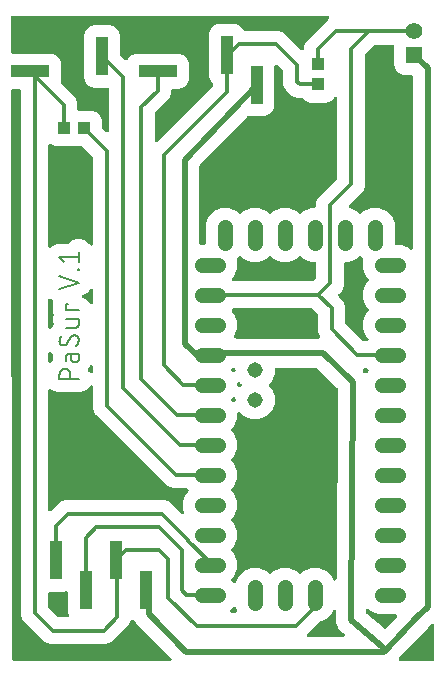
<source format=gbr>
G04 EAGLE Gerber X2 export*
%TF.Part,Single*%
%TF.FileFunction,Copper,L1,Top,Mixed*%
%TF.FilePolarity,Positive*%
%TF.GenerationSoftware,Autodesk,EAGLE,8.7.1*%
%TF.CreationDate,2018-05-26T03:38:59Z*%
G75*
%MOMM*%
%FSLAX34Y34*%
%LPD*%
%AMOC8*
5,1,8,0,0,1.08239X$1,22.5*%
G01*
%ADD10C,0.152400*%
%ADD11R,1.016000X3.302000*%
%ADD12R,3.302000X1.016000*%
%ADD13R,1.000000X1.100000*%
%ADD14R,1.100000X1.000000*%
%ADD15C,1.308000*%
%ADD16C,1.308000*%
%ADD17R,1.422400X1.422400*%
%ADD18C,1.422400*%
%ADD19C,0.508000*%
%ADD20C,0.304800*%

G36*
X198399Y76015D02*
X198399Y76015D01*
X198550Y76013D01*
X198574Y76018D01*
X198598Y76019D01*
X198743Y76055D01*
X198890Y76087D01*
X198912Y76098D01*
X198936Y76104D01*
X199070Y76173D01*
X199205Y76237D01*
X199224Y76252D01*
X199246Y76263D01*
X199360Y76361D01*
X199478Y76455D01*
X199492Y76474D01*
X199511Y76489D01*
X199600Y76610D01*
X199693Y76728D01*
X199707Y76754D01*
X199718Y76770D01*
X199737Y76813D01*
X199805Y76946D01*
X201877Y81950D01*
X206530Y86603D01*
X212610Y89121D01*
X219190Y89121D01*
X225270Y86603D01*
X227523Y84349D01*
X227543Y84333D01*
X227560Y84313D01*
X227680Y84225D01*
X227796Y84133D01*
X227820Y84121D01*
X227841Y84106D01*
X227977Y84047D01*
X228111Y83984D01*
X228137Y83978D01*
X228161Y83968D01*
X228307Y83942D01*
X228452Y83910D01*
X228478Y83911D01*
X228504Y83906D01*
X228652Y83914D01*
X228800Y83916D01*
X228826Y83923D01*
X228852Y83924D01*
X228994Y83965D01*
X229138Y84001D01*
X229161Y84013D01*
X229187Y84021D01*
X229316Y84093D01*
X229448Y84161D01*
X229468Y84178D01*
X229491Y84191D01*
X229677Y84349D01*
X231930Y86603D01*
X238010Y89121D01*
X244590Y89121D01*
X250670Y86603D01*
X252923Y84349D01*
X252943Y84333D01*
X252960Y84313D01*
X253080Y84225D01*
X253196Y84133D01*
X253220Y84121D01*
X253241Y84106D01*
X253377Y84047D01*
X253511Y83984D01*
X253537Y83978D01*
X253561Y83968D01*
X253707Y83942D01*
X253852Y83910D01*
X253878Y83911D01*
X253904Y83906D01*
X254052Y83914D01*
X254200Y83916D01*
X254226Y83923D01*
X254252Y83924D01*
X254394Y83965D01*
X254538Y84001D01*
X254561Y84013D01*
X254587Y84021D01*
X254716Y84093D01*
X254848Y84161D01*
X254868Y84178D01*
X254891Y84191D01*
X255077Y84349D01*
X257330Y86603D01*
X263410Y89121D01*
X269990Y89121D01*
X276070Y86603D01*
X280723Y81950D01*
X281930Y79035D01*
X281952Y78996D01*
X281967Y78953D01*
X282036Y78844D01*
X282099Y78731D01*
X282130Y78697D01*
X282154Y78659D01*
X282246Y78568D01*
X282333Y78473D01*
X282371Y78447D01*
X282403Y78415D01*
X282513Y78348D01*
X282620Y78274D01*
X282662Y78258D01*
X282701Y78234D01*
X282824Y78194D01*
X282944Y78147D01*
X282989Y78140D01*
X283032Y78126D01*
X283161Y78115D01*
X283289Y78096D01*
X283334Y78100D01*
X283380Y78096D01*
X283507Y78114D01*
X283636Y78125D01*
X283679Y78139D01*
X283725Y78145D01*
X283845Y78192D01*
X283968Y78232D01*
X284007Y78255D01*
X284049Y78272D01*
X284156Y78345D01*
X284266Y78412D01*
X284299Y78443D01*
X284337Y78469D01*
X284424Y78564D01*
X284516Y78654D01*
X284541Y78693D01*
X284572Y78726D01*
X284635Y78839D01*
X284705Y78948D01*
X284720Y78991D01*
X284742Y79030D01*
X284778Y79155D01*
X284821Y79276D01*
X284826Y79321D01*
X284839Y79365D01*
X284860Y79609D01*
X285871Y240369D01*
X285855Y240518D01*
X285843Y240668D01*
X285836Y240691D01*
X285834Y240715D01*
X285784Y240857D01*
X285738Y241001D01*
X285726Y241021D01*
X285718Y241044D01*
X285638Y241170D01*
X285560Y241300D01*
X285541Y241322D01*
X285531Y241338D01*
X285497Y241371D01*
X285397Y241483D01*
X268484Y257550D01*
X268398Y257615D01*
X268319Y257686D01*
X268259Y257719D01*
X268205Y257760D01*
X268108Y257803D01*
X268014Y257855D01*
X267948Y257873D01*
X267886Y257901D01*
X267781Y257921D01*
X267678Y257950D01*
X267589Y257957D01*
X267544Y257965D01*
X267504Y257964D01*
X267435Y257969D01*
X233964Y257969D01*
X233938Y257966D01*
X233912Y257968D01*
X233765Y257946D01*
X233618Y257929D01*
X233593Y257921D01*
X233567Y257917D01*
X233429Y257862D01*
X233290Y257812D01*
X233268Y257798D01*
X233243Y257788D01*
X233122Y257703D01*
X232997Y257623D01*
X232979Y257604D01*
X232957Y257589D01*
X232858Y257479D01*
X232755Y257372D01*
X232741Y257350D01*
X232724Y257330D01*
X232652Y257200D01*
X232576Y257073D01*
X232568Y257048D01*
X232555Y257025D01*
X232515Y256882D01*
X232470Y256741D01*
X232468Y256715D01*
X232460Y256690D01*
X232441Y256446D01*
X232441Y253250D01*
X229923Y247170D01*
X227669Y244917D01*
X227653Y244896D01*
X227633Y244880D01*
X227545Y244760D01*
X227453Y244644D01*
X227441Y244620D01*
X227426Y244599D01*
X227367Y244463D01*
X227304Y244329D01*
X227298Y244303D01*
X227288Y244279D01*
X227261Y244133D01*
X227230Y243988D01*
X227231Y243962D01*
X227226Y243936D01*
X227234Y243788D01*
X227236Y243640D01*
X227243Y243614D01*
X227244Y243588D01*
X227285Y243446D01*
X227321Y243302D01*
X227333Y243279D01*
X227341Y243253D01*
X227413Y243124D01*
X227481Y242992D01*
X227498Y242972D01*
X227511Y242949D01*
X227669Y242763D01*
X229923Y240510D01*
X232441Y234430D01*
X232441Y227850D01*
X229923Y221770D01*
X225270Y217117D01*
X219190Y214599D01*
X212610Y214599D01*
X206530Y217117D01*
X203481Y220167D01*
X203403Y220229D01*
X203330Y220299D01*
X203266Y220337D01*
X203208Y220383D01*
X203117Y220426D01*
X203031Y220478D01*
X202960Y220501D01*
X202893Y220532D01*
X202795Y220553D01*
X202699Y220584D01*
X202625Y220590D01*
X202552Y220606D01*
X202452Y220604D01*
X202352Y220612D01*
X202278Y220601D01*
X202204Y220600D01*
X202107Y220575D01*
X202007Y220560D01*
X201938Y220533D01*
X201866Y220515D01*
X201777Y220469D01*
X201683Y220432D01*
X201622Y220389D01*
X201556Y220355D01*
X201480Y220290D01*
X201397Y220233D01*
X201347Y220178D01*
X201291Y220129D01*
X201231Y220048D01*
X201164Y219974D01*
X201128Y219909D01*
X201083Y219849D01*
X201044Y219757D01*
X200995Y219669D01*
X200975Y219597D01*
X200945Y219529D01*
X200928Y219430D01*
X200900Y219333D01*
X200892Y219233D01*
X200884Y219186D01*
X200886Y219150D01*
X200881Y219090D01*
X200881Y215150D01*
X198363Y209070D01*
X196109Y206817D01*
X196093Y206797D01*
X196073Y206780D01*
X195985Y206660D01*
X195893Y206544D01*
X195881Y206520D01*
X195866Y206499D01*
X195807Y206363D01*
X195744Y206229D01*
X195738Y206203D01*
X195728Y206179D01*
X195701Y206033D01*
X195670Y205888D01*
X195671Y205862D01*
X195666Y205836D01*
X195674Y205688D01*
X195676Y205540D01*
X195683Y205514D01*
X195684Y205488D01*
X195725Y205346D01*
X195761Y205202D01*
X195773Y205179D01*
X195781Y205153D01*
X195853Y205024D01*
X195921Y204892D01*
X195938Y204872D01*
X195951Y204849D01*
X196109Y204663D01*
X198363Y202410D01*
X200881Y196330D01*
X200881Y189750D01*
X198363Y183670D01*
X196109Y181417D01*
X196093Y181397D01*
X196073Y181380D01*
X195985Y181260D01*
X195893Y181144D01*
X195881Y181120D01*
X195866Y181099D01*
X195807Y180963D01*
X195744Y180829D01*
X195738Y180803D01*
X195728Y180779D01*
X195702Y180633D01*
X195670Y180488D01*
X195671Y180462D01*
X195666Y180436D01*
X195674Y180288D01*
X195676Y180140D01*
X195683Y180114D01*
X195684Y180088D01*
X195725Y179946D01*
X195761Y179802D01*
X195773Y179779D01*
X195781Y179753D01*
X195853Y179624D01*
X195921Y179492D01*
X195938Y179472D01*
X195951Y179449D01*
X196109Y179263D01*
X198363Y177010D01*
X200881Y170930D01*
X200881Y164350D01*
X198363Y158270D01*
X196109Y156017D01*
X196093Y155997D01*
X196073Y155980D01*
X195985Y155860D01*
X195893Y155744D01*
X195881Y155720D01*
X195866Y155699D01*
X195807Y155563D01*
X195744Y155429D01*
X195738Y155403D01*
X195728Y155379D01*
X195702Y155233D01*
X195670Y155088D01*
X195671Y155062D01*
X195666Y155036D01*
X195674Y154888D01*
X195676Y154740D01*
X195683Y154714D01*
X195684Y154688D01*
X195725Y154546D01*
X195761Y154402D01*
X195773Y154379D01*
X195781Y154353D01*
X195853Y154224D01*
X195921Y154092D01*
X195938Y154072D01*
X195951Y154049D01*
X196109Y153863D01*
X198363Y151610D01*
X200881Y145530D01*
X200881Y138950D01*
X198363Y132870D01*
X196109Y130617D01*
X196093Y130597D01*
X196073Y130580D01*
X195985Y130460D01*
X195893Y130344D01*
X195881Y130320D01*
X195866Y130299D01*
X195807Y130163D01*
X195744Y130029D01*
X195738Y130003D01*
X195728Y129979D01*
X195702Y129833D01*
X195670Y129688D01*
X195671Y129662D01*
X195666Y129636D01*
X195674Y129488D01*
X195676Y129340D01*
X195683Y129314D01*
X195684Y129288D01*
X195725Y129146D01*
X195761Y129002D01*
X195773Y128979D01*
X195781Y128953D01*
X195853Y128824D01*
X195921Y128692D01*
X195938Y128672D01*
X195951Y128649D01*
X196109Y128463D01*
X198363Y126210D01*
X200881Y120130D01*
X200881Y113550D01*
X198363Y107470D01*
X196109Y105217D01*
X196093Y105197D01*
X196073Y105180D01*
X195985Y105060D01*
X195893Y104944D01*
X195881Y104920D01*
X195866Y104899D01*
X195807Y104763D01*
X195744Y104629D01*
X195738Y104603D01*
X195728Y104579D01*
X195702Y104433D01*
X195670Y104288D01*
X195671Y104262D01*
X195666Y104236D01*
X195674Y104088D01*
X195676Y103940D01*
X195683Y103914D01*
X195684Y103888D01*
X195725Y103746D01*
X195761Y103602D01*
X195773Y103579D01*
X195781Y103553D01*
X195853Y103424D01*
X195921Y103292D01*
X195938Y103272D01*
X195951Y103249D01*
X196109Y103063D01*
X198363Y100810D01*
X200881Y94730D01*
X200881Y88150D01*
X198363Y82070D01*
X196109Y79817D01*
X196093Y79797D01*
X196073Y79780D01*
X195985Y79660D01*
X195893Y79544D01*
X195881Y79520D01*
X195866Y79499D01*
X195807Y79363D01*
X195744Y79229D01*
X195738Y79203D01*
X195728Y79179D01*
X195702Y79033D01*
X195670Y78888D01*
X195671Y78862D01*
X195666Y78836D01*
X195674Y78688D01*
X195676Y78540D01*
X195683Y78514D01*
X195684Y78488D01*
X195725Y78346D01*
X195761Y78202D01*
X195773Y78179D01*
X195781Y78153D01*
X195853Y78024D01*
X195921Y77892D01*
X195938Y77872D01*
X195951Y77849D01*
X196071Y77708D01*
X196076Y77700D01*
X196082Y77695D01*
X196109Y77663D01*
X197320Y76452D01*
X197438Y76358D01*
X197553Y76261D01*
X197575Y76250D01*
X197593Y76235D01*
X197730Y76171D01*
X197863Y76102D01*
X197887Y76097D01*
X197909Y76086D01*
X198056Y76054D01*
X198201Y76018D01*
X198226Y76018D01*
X198249Y76013D01*
X198399Y76015D01*
G37*
G36*
X172462Y361984D02*
X172462Y361984D01*
X172488Y361982D01*
X172635Y362004D01*
X172782Y362021D01*
X172807Y362029D01*
X172833Y362033D01*
X172971Y362088D01*
X173110Y362138D01*
X173132Y362152D01*
X173157Y362162D01*
X173278Y362247D01*
X173403Y362327D01*
X173421Y362346D01*
X173443Y362361D01*
X173542Y362471D01*
X173645Y362578D01*
X173659Y362600D01*
X173676Y362620D01*
X173748Y362750D01*
X173824Y362877D01*
X173832Y362902D01*
X173845Y362925D01*
X173885Y363068D01*
X173930Y363209D01*
X173932Y363235D01*
X173940Y363260D01*
X173959Y363504D01*
X173959Y380670D01*
X176477Y386750D01*
X181130Y391403D01*
X187210Y393921D01*
X193790Y393921D01*
X199870Y391403D01*
X202123Y389149D01*
X202144Y389133D01*
X202160Y389113D01*
X202280Y389025D01*
X202396Y388933D01*
X202420Y388921D01*
X202441Y388906D01*
X202577Y388847D01*
X202711Y388784D01*
X202737Y388778D01*
X202761Y388768D01*
X202907Y388741D01*
X203052Y388710D01*
X203078Y388711D01*
X203104Y388706D01*
X203252Y388714D01*
X203400Y388716D01*
X203426Y388723D01*
X203452Y388724D01*
X203594Y388765D01*
X203738Y388801D01*
X203761Y388813D01*
X203787Y388821D01*
X203916Y388893D01*
X204048Y388961D01*
X204068Y388978D01*
X204091Y388991D01*
X204277Y389149D01*
X206530Y391403D01*
X212610Y393921D01*
X219190Y393921D01*
X225270Y391403D01*
X227523Y389149D01*
X227544Y389133D01*
X227560Y389113D01*
X227680Y389025D01*
X227796Y388933D01*
X227820Y388921D01*
X227841Y388906D01*
X227977Y388847D01*
X228111Y388784D01*
X228137Y388778D01*
X228161Y388768D01*
X228307Y388741D01*
X228452Y388710D01*
X228478Y388711D01*
X228504Y388706D01*
X228652Y388714D01*
X228800Y388716D01*
X228826Y388723D01*
X228852Y388724D01*
X228994Y388765D01*
X229138Y388801D01*
X229161Y388813D01*
X229187Y388821D01*
X229316Y388893D01*
X229448Y388961D01*
X229468Y388978D01*
X229491Y388991D01*
X229677Y389149D01*
X231930Y391403D01*
X238010Y393921D01*
X244590Y393921D01*
X250670Y391403D01*
X252923Y389149D01*
X252944Y389133D01*
X252960Y389113D01*
X253080Y389025D01*
X253196Y388933D01*
X253220Y388921D01*
X253241Y388906D01*
X253377Y388847D01*
X253511Y388784D01*
X253537Y388778D01*
X253561Y388768D01*
X253707Y388741D01*
X253852Y388710D01*
X253878Y388711D01*
X253904Y388706D01*
X254052Y388714D01*
X254200Y388716D01*
X254226Y388723D01*
X254252Y388724D01*
X254394Y388765D01*
X254538Y388801D01*
X254561Y388813D01*
X254587Y388821D01*
X254716Y388893D01*
X254848Y388961D01*
X254868Y388978D01*
X254891Y388991D01*
X255077Y389149D01*
X257330Y391403D01*
X263410Y393921D01*
X266352Y393921D01*
X266378Y393924D01*
X266404Y393922D01*
X266551Y393944D01*
X266698Y393961D01*
X266723Y393969D01*
X266749Y393973D01*
X266887Y394028D01*
X267026Y394078D01*
X267048Y394092D01*
X267073Y394102D01*
X267194Y394187D01*
X267319Y394267D01*
X267337Y394286D01*
X267359Y394301D01*
X267458Y394411D01*
X267561Y394518D01*
X267575Y394540D01*
X267592Y394560D01*
X267664Y394690D01*
X267740Y394817D01*
X267748Y394842D01*
X267761Y394865D01*
X267801Y395008D01*
X267846Y395149D01*
X267848Y395175D01*
X267856Y395200D01*
X267875Y395444D01*
X267875Y398532D01*
X269630Y402768D01*
X285209Y418348D01*
X285288Y418447D01*
X285372Y418540D01*
X285396Y418583D01*
X285426Y418621D01*
X285480Y418735D01*
X285541Y418845D01*
X285554Y418892D01*
X285575Y418936D01*
X285601Y419059D01*
X285636Y419181D01*
X285641Y419242D01*
X285648Y419276D01*
X285647Y419324D01*
X285655Y419425D01*
X285655Y486498D01*
X285650Y486548D01*
X285652Y486598D01*
X285630Y486721D01*
X285615Y486844D01*
X285598Y486891D01*
X285589Y486941D01*
X285540Y487055D01*
X285498Y487172D01*
X285471Y487214D01*
X285450Y487261D01*
X285376Y487360D01*
X285309Y487465D01*
X285273Y487500D01*
X285243Y487540D01*
X285148Y487621D01*
X285058Y487707D01*
X285015Y487733D01*
X284977Y487765D01*
X284866Y487822D01*
X284759Y487886D01*
X284711Y487901D01*
X284666Y487924D01*
X284546Y487954D01*
X284427Y487992D01*
X284377Y487996D01*
X284328Y488008D01*
X284204Y488010D01*
X284080Y488020D01*
X284030Y488013D01*
X283980Y488013D01*
X283858Y487987D01*
X283735Y487968D01*
X283688Y487950D01*
X283639Y487939D01*
X283527Y487886D01*
X283411Y487840D01*
X283370Y487811D01*
X283324Y487789D01*
X283227Y487712D01*
X283125Y487641D01*
X283091Y487603D01*
X283052Y487572D01*
X282975Y487474D01*
X282892Y487382D01*
X282867Y487338D01*
X282836Y487298D01*
X282725Y487081D01*
X282718Y487065D01*
X279905Y484252D01*
X276229Y482729D01*
X262251Y482729D01*
X258575Y484252D01*
X256568Y486259D01*
X256469Y486338D01*
X256375Y486422D01*
X256332Y486446D01*
X256295Y486476D01*
X256180Y486530D01*
X256070Y486591D01*
X256023Y486604D01*
X255980Y486625D01*
X255856Y486651D01*
X255734Y486686D01*
X255674Y486691D01*
X255639Y486698D01*
X255591Y486697D01*
X255491Y486705D01*
X251318Y486705D01*
X247082Y488460D01*
X241690Y493852D01*
X239935Y498088D01*
X239935Y508945D01*
X239921Y509071D01*
X239914Y509197D01*
X239901Y509243D01*
X239895Y509292D01*
X239853Y509411D01*
X239818Y509532D01*
X239794Y509574D01*
X239778Y509620D01*
X239709Y509726D01*
X239648Y509836D01*
X239608Y509882D01*
X239589Y509912D01*
X239554Y509946D01*
X239489Y510022D01*
X234851Y514660D01*
X234773Y514723D01*
X234700Y514793D01*
X234636Y514831D01*
X234578Y514877D01*
X234487Y514920D01*
X234401Y514972D01*
X234330Y514994D01*
X234263Y515026D01*
X234165Y515047D01*
X234069Y515078D01*
X233995Y515084D01*
X233922Y515099D01*
X233822Y515098D01*
X233722Y515106D01*
X233648Y515095D01*
X233574Y515093D01*
X233477Y515069D01*
X233377Y515054D01*
X233308Y515027D01*
X233236Y515008D01*
X233146Y514962D01*
X233053Y514925D01*
X232992Y514883D01*
X232926Y514849D01*
X232849Y514784D01*
X232767Y514726D01*
X232717Y514671D01*
X232661Y514623D01*
X232601Y514542D01*
X232534Y514468D01*
X232498Y514403D01*
X232453Y514343D01*
X232414Y514250D01*
X232365Y514163D01*
X232345Y514091D01*
X232315Y514023D01*
X232298Y513924D01*
X232270Y513827D01*
X232262Y513727D01*
X232254Y513680D01*
X232256Y513644D01*
X232251Y513583D01*
X232251Y479341D01*
X230728Y475665D01*
X227915Y472852D01*
X224239Y471329D01*
X209905Y471329D01*
X209831Y471341D01*
X209748Y471335D01*
X209665Y471339D01*
X209575Y471323D01*
X209483Y471316D01*
X209404Y471291D01*
X209322Y471276D01*
X209238Y471240D01*
X209151Y471213D01*
X209079Y471171D01*
X209003Y471138D01*
X208929Y471083D01*
X208850Y471036D01*
X208763Y470959D01*
X208723Y470930D01*
X208704Y470907D01*
X208667Y470874D01*
X169175Y429737D01*
X169108Y429648D01*
X169034Y429566D01*
X169003Y429510D01*
X168964Y429459D01*
X168919Y429358D01*
X168865Y429261D01*
X168848Y429200D01*
X168822Y429141D01*
X168801Y429032D01*
X168770Y428926D01*
X168764Y428843D01*
X168755Y428799D01*
X168757Y428758D01*
X168751Y428682D01*
X168751Y363504D01*
X168754Y363478D01*
X168752Y363452D01*
X168774Y363305D01*
X168791Y363158D01*
X168799Y363133D01*
X168803Y363107D01*
X168858Y362969D01*
X168908Y362830D01*
X168922Y362808D01*
X168932Y362783D01*
X169017Y362662D01*
X169097Y362537D01*
X169116Y362519D01*
X169131Y362497D01*
X169241Y362398D01*
X169348Y362295D01*
X169370Y362281D01*
X169390Y362264D01*
X169520Y362192D01*
X169647Y362116D01*
X169672Y362108D01*
X169695Y362095D01*
X169838Y362055D01*
X169979Y362010D01*
X170005Y362008D01*
X170030Y362000D01*
X170274Y361981D01*
X172436Y361981D01*
X172462Y361984D01*
G37*
G36*
X132580Y449093D02*
X132580Y449093D01*
X132680Y449098D01*
X132751Y449119D01*
X132825Y449130D01*
X132918Y449167D01*
X133015Y449195D01*
X133080Y449231D01*
X133149Y449259D01*
X133231Y449316D01*
X133319Y449365D01*
X133395Y449430D01*
X133435Y449458D01*
X133459Y449484D01*
X133505Y449524D01*
X179799Y495818D01*
X179878Y495917D01*
X179962Y496010D01*
X179986Y496053D01*
X180016Y496091D01*
X180070Y496205D01*
X180131Y496315D01*
X180144Y496362D01*
X180165Y496406D01*
X180191Y496529D01*
X180226Y496651D01*
X180231Y496712D01*
X180238Y496746D01*
X180237Y496794D01*
X180245Y496895D01*
X180245Y498401D01*
X180231Y498526D01*
X180224Y498652D01*
X180211Y498699D01*
X180205Y498747D01*
X180163Y498866D01*
X180128Y498987D01*
X180104Y499029D01*
X180088Y499075D01*
X180019Y499181D01*
X179958Y499291D01*
X179918Y499338D01*
X179899Y499368D01*
X179864Y499401D01*
X179799Y499478D01*
X178212Y501065D01*
X176689Y504741D01*
X176689Y541739D01*
X178212Y545415D01*
X181025Y548228D01*
X184701Y549751D01*
X198839Y549751D01*
X202515Y548228D01*
X205328Y545415D01*
X205668Y544595D01*
X205705Y544528D01*
X205733Y544457D01*
X205789Y544376D01*
X205837Y544290D01*
X205889Y544234D01*
X205932Y544171D01*
X206005Y544105D01*
X206071Y544032D01*
X206134Y543989D01*
X206191Y543938D01*
X206277Y543890D01*
X206358Y543834D01*
X206429Y543806D01*
X206496Y543769D01*
X206591Y543742D01*
X206682Y543706D01*
X206758Y543695D01*
X206831Y543674D01*
X206980Y543662D01*
X207027Y543655D01*
X207046Y543657D01*
X207075Y543655D01*
X235972Y543655D01*
X240208Y541900D01*
X254661Y527448D01*
X254681Y527432D01*
X254698Y527412D01*
X254818Y527323D01*
X254934Y527231D01*
X254957Y527220D01*
X254978Y527204D01*
X255115Y527146D01*
X255249Y527082D01*
X255274Y527077D01*
X255298Y527066D01*
X255445Y527040D01*
X255589Y527009D01*
X255615Y527009D01*
X255641Y527005D01*
X255790Y527012D01*
X255938Y527015D01*
X255963Y527021D01*
X255989Y527023D01*
X256132Y527064D01*
X256276Y527100D01*
X256299Y527112D01*
X256324Y527119D01*
X256454Y527192D01*
X256586Y527260D01*
X256606Y527277D01*
X256628Y527289D01*
X256815Y527448D01*
X257269Y527902D01*
X257348Y528001D01*
X257432Y528095D01*
X257456Y528138D01*
X257486Y528175D01*
X257540Y528290D01*
X257601Y528400D01*
X257614Y528447D01*
X257635Y528490D01*
X257661Y528614D01*
X257696Y528736D01*
X257701Y528796D01*
X257708Y528831D01*
X257707Y528879D01*
X257715Y528979D01*
X257715Y530612D01*
X259470Y534848D01*
X277792Y553170D01*
X277933Y553229D01*
X277977Y553253D01*
X278024Y553270D01*
X278129Y553338D01*
X278238Y553398D01*
X278275Y553432D01*
X278317Y553459D01*
X278404Y553549D01*
X278496Y553632D01*
X278524Y553674D01*
X278559Y553710D01*
X278623Y553817D01*
X278694Y553919D01*
X278712Y553966D01*
X278738Y554009D01*
X278776Y554127D01*
X278822Y554243D01*
X278829Y554293D01*
X278845Y554341D01*
X278855Y554465D01*
X278873Y554588D01*
X278868Y554638D01*
X278873Y554688D01*
X278854Y554811D01*
X278844Y554935D01*
X278828Y554983D01*
X278821Y555033D01*
X278775Y555149D01*
X278737Y555267D01*
X278711Y555310D01*
X278692Y555357D01*
X278621Y555459D01*
X278557Y555565D01*
X278522Y555602D01*
X278493Y555643D01*
X278401Y555726D01*
X278314Y555815D01*
X278272Y555843D01*
X278234Y555876D01*
X278126Y555936D01*
X278021Y556004D01*
X277973Y556021D01*
X277929Y556045D01*
X277810Y556079D01*
X277693Y556120D01*
X277642Y556126D01*
X277594Y556140D01*
X277350Y556159D01*
X10440Y556159D01*
X10412Y556156D01*
X10385Y556158D01*
X10240Y556136D01*
X10094Y556119D01*
X10068Y556110D01*
X10040Y556106D01*
X9904Y556051D01*
X9766Y556002D01*
X9742Y555987D01*
X9716Y555976D01*
X9596Y555892D01*
X9473Y555813D01*
X9454Y555793D01*
X9431Y555777D01*
X9333Y555668D01*
X9231Y555562D01*
X9217Y555538D01*
X9198Y555517D01*
X9127Y555389D01*
X9052Y555263D01*
X9044Y555237D01*
X9030Y555212D01*
X8990Y555071D01*
X8946Y554931D01*
X8944Y554903D01*
X8936Y554876D01*
X8917Y554633D01*
X8981Y525871D01*
X8984Y525846D01*
X8982Y525822D01*
X9005Y525673D01*
X9022Y525524D01*
X9030Y525501D01*
X9034Y525477D01*
X9090Y525338D01*
X9140Y525197D01*
X9154Y525176D01*
X9163Y525153D01*
X9248Y525030D01*
X9330Y524904D01*
X9348Y524887D01*
X9362Y524867D01*
X9473Y524767D01*
X9581Y524663D01*
X9602Y524650D01*
X9620Y524634D01*
X9752Y524561D01*
X9881Y524484D01*
X9904Y524477D01*
X9926Y524465D01*
X10070Y524424D01*
X10213Y524379D01*
X10237Y524377D01*
X10261Y524370D01*
X10505Y524351D01*
X43899Y524351D01*
X47575Y522828D01*
X50388Y520015D01*
X51911Y516339D01*
X51911Y502201D01*
X51380Y500919D01*
X51359Y500845D01*
X51328Y500775D01*
X51311Y500678D01*
X51284Y500583D01*
X51280Y500507D01*
X51267Y500432D01*
X51272Y500334D01*
X51267Y500235D01*
X51281Y500160D01*
X51285Y500084D01*
X51312Y499989D01*
X51330Y499893D01*
X51360Y499822D01*
X51381Y499749D01*
X51429Y499663D01*
X51468Y499573D01*
X51514Y499512D01*
X51551Y499445D01*
X51648Y499331D01*
X51676Y499293D01*
X51691Y499281D01*
X51710Y499259D01*
X60044Y490924D01*
X63500Y487468D01*
X65255Y483232D01*
X65255Y477534D01*
X65258Y477508D01*
X65256Y477482D01*
X65278Y477335D01*
X65295Y477188D01*
X65303Y477163D01*
X65307Y477137D01*
X65362Y476999D01*
X65412Y476860D01*
X65426Y476838D01*
X65436Y476813D01*
X65521Y476692D01*
X65601Y476567D01*
X65620Y476549D01*
X65635Y476527D01*
X65745Y476428D01*
X65852Y476325D01*
X65874Y476311D01*
X65894Y476294D01*
X66024Y476222D01*
X66151Y476146D01*
X66176Y476138D01*
X66199Y476125D01*
X66342Y476085D01*
X66483Y476040D01*
X66509Y476038D01*
X66534Y476030D01*
X66778Y476011D01*
X78219Y476011D01*
X81895Y474488D01*
X84708Y471675D01*
X86231Y467999D01*
X86231Y462439D01*
X86245Y462313D01*
X86252Y462187D01*
X86265Y462141D01*
X86271Y462092D01*
X86313Y461973D01*
X86348Y461852D01*
X86372Y461810D01*
X86388Y461764D01*
X86457Y461658D01*
X86518Y461548D01*
X86558Y461502D01*
X86577Y461472D01*
X86612Y461438D01*
X86677Y461362D01*
X90015Y458024D01*
X90093Y457961D01*
X90166Y457891D01*
X90230Y457853D01*
X90288Y457807D01*
X90379Y457764D01*
X90465Y457712D01*
X90536Y457690D01*
X90603Y457658D01*
X90701Y457637D01*
X90797Y457606D01*
X90871Y457600D01*
X90944Y457585D01*
X91044Y457586D01*
X91144Y457578D01*
X91218Y457589D01*
X91292Y457591D01*
X91389Y457615D01*
X91489Y457630D01*
X91558Y457657D01*
X91630Y457676D01*
X91719Y457722D01*
X91813Y457759D01*
X91874Y457801D01*
X91940Y457835D01*
X92016Y457900D01*
X92099Y457958D01*
X92149Y458013D01*
X92205Y458061D01*
X92265Y458142D01*
X92332Y458216D01*
X92368Y458281D01*
X92413Y458341D01*
X92452Y458434D01*
X92501Y458521D01*
X92521Y458593D01*
X92551Y458661D01*
X92568Y458760D01*
X92596Y458857D01*
X92604Y458957D01*
X92612Y459004D01*
X92610Y459040D01*
X92615Y459101D01*
X92615Y493936D01*
X92612Y493962D01*
X92614Y493988D01*
X92592Y494135D01*
X92575Y494282D01*
X92567Y494307D01*
X92563Y494333D01*
X92508Y494471D01*
X92458Y494610D01*
X92444Y494632D01*
X92434Y494657D01*
X92349Y494778D01*
X92269Y494903D01*
X92250Y494921D01*
X92235Y494943D01*
X92125Y495042D01*
X92018Y495145D01*
X91996Y495159D01*
X91976Y495176D01*
X91846Y495248D01*
X91719Y495324D01*
X91694Y495332D01*
X91671Y495345D01*
X91528Y495385D01*
X91387Y495430D01*
X91361Y495432D01*
X91336Y495440D01*
X91092Y495459D01*
X79291Y495459D01*
X75615Y496982D01*
X72802Y499795D01*
X71279Y503471D01*
X71279Y540469D01*
X72802Y544145D01*
X75615Y546958D01*
X79291Y548481D01*
X93429Y548481D01*
X97105Y546958D01*
X99918Y544145D01*
X101441Y540469D01*
X101441Y523819D01*
X101455Y523693D01*
X101462Y523567D01*
X101475Y523520D01*
X101481Y523472D01*
X101523Y523353D01*
X101558Y523232D01*
X101582Y523190D01*
X101598Y523144D01*
X101667Y523038D01*
X101728Y522928D01*
X101768Y522882D01*
X101787Y522852D01*
X101822Y522818D01*
X101887Y522742D01*
X105652Y518977D01*
X105769Y518883D01*
X105884Y518786D01*
X105906Y518775D01*
X105925Y518760D01*
X106061Y518696D01*
X106195Y518627D01*
X106218Y518621D01*
X106240Y518611D01*
X106387Y518579D01*
X106533Y518543D01*
X106557Y518543D01*
X106581Y518538D01*
X106731Y518540D01*
X106881Y518538D01*
X106905Y518543D01*
X106929Y518544D01*
X107075Y518580D01*
X107222Y518612D01*
X107244Y518623D01*
X107267Y518629D01*
X107401Y518698D01*
X107537Y518762D01*
X107555Y518777D01*
X107577Y518788D01*
X107692Y518886D01*
X107809Y518979D01*
X107824Y518998D01*
X107842Y519014D01*
X107932Y519135D01*
X108025Y519253D01*
X108038Y519279D01*
X108050Y519294D01*
X108068Y519337D01*
X108136Y519471D01*
X108362Y520015D01*
X111175Y522828D01*
X114851Y524351D01*
X151849Y524351D01*
X155525Y522828D01*
X158338Y520015D01*
X159861Y516339D01*
X159861Y502201D01*
X158338Y498525D01*
X155525Y495712D01*
X151849Y494189D01*
X146398Y494189D01*
X146372Y494186D01*
X146346Y494188D01*
X146199Y494166D01*
X146052Y494149D01*
X146027Y494141D01*
X146001Y494137D01*
X145863Y494082D01*
X145724Y494032D01*
X145702Y494018D01*
X145677Y494008D01*
X145556Y493923D01*
X145431Y493843D01*
X145413Y493824D01*
X145391Y493809D01*
X145292Y493699D01*
X145189Y493592D01*
X145175Y493570D01*
X145158Y493550D01*
X145086Y493420D01*
X145010Y493293D01*
X145002Y493268D01*
X144989Y493245D01*
X144949Y493102D01*
X144904Y492961D01*
X144902Y492935D01*
X144894Y492910D01*
X144875Y492666D01*
X144875Y490468D01*
X143120Y486232D01*
X131351Y474462D01*
X131272Y474363D01*
X131188Y474270D01*
X131164Y474227D01*
X131134Y474189D01*
X131080Y474075D01*
X131019Y473965D01*
X131006Y473918D01*
X130985Y473874D01*
X130959Y473751D01*
X130924Y473629D01*
X130919Y473568D01*
X130912Y473534D01*
X130913Y473486D01*
X130905Y473385D01*
X130905Y450601D01*
X130916Y450501D01*
X130918Y450400D01*
X130936Y450328D01*
X130945Y450254D01*
X130978Y450160D01*
X131003Y450062D01*
X131037Y449996D01*
X131062Y449926D01*
X131117Y449842D01*
X131163Y449753D01*
X131211Y449696D01*
X131251Y449633D01*
X131323Y449564D01*
X131388Y449487D01*
X131448Y449443D01*
X131502Y449391D01*
X131588Y449340D01*
X131669Y449280D01*
X131737Y449251D01*
X131801Y449212D01*
X131897Y449182D01*
X131989Y449142D01*
X132062Y449129D01*
X132133Y449106D01*
X132233Y449098D01*
X132332Y449080D01*
X132406Y449084D01*
X132480Y449078D01*
X132580Y449093D01*
G37*
G36*
X154411Y134386D02*
X154411Y134386D01*
X154535Y134388D01*
X154583Y134400D01*
X154634Y134404D01*
X154752Y134443D01*
X154873Y134473D01*
X154918Y134496D01*
X154965Y134512D01*
X155072Y134576D01*
X155183Y134633D01*
X155221Y134665D01*
X155264Y134691D01*
X155353Y134778D01*
X155448Y134858D01*
X155478Y134899D01*
X155514Y134934D01*
X155581Y135039D01*
X155655Y135139D01*
X155675Y135185D01*
X155702Y135227D01*
X155744Y135345D01*
X155793Y135459D01*
X155802Y135508D01*
X155819Y135556D01*
X155833Y135679D01*
X155855Y135802D01*
X155852Y135852D01*
X155858Y135902D01*
X155843Y136026D01*
X155837Y136150D01*
X155823Y136198D01*
X155817Y136248D01*
X155742Y136481D01*
X154719Y138950D01*
X154719Y145530D01*
X157237Y151610D01*
X159143Y153515D01*
X159205Y153593D01*
X159275Y153666D01*
X159313Y153730D01*
X159359Y153788D01*
X159402Y153879D01*
X159454Y153965D01*
X159477Y154036D01*
X159508Y154103D01*
X159529Y154201D01*
X159560Y154297D01*
X159566Y154371D01*
X159582Y154444D01*
X159580Y154544D01*
X159588Y154644D01*
X159577Y154718D01*
X159576Y154792D01*
X159551Y154889D01*
X159536Y154989D01*
X159509Y155058D01*
X159491Y155130D01*
X159445Y155219D01*
X159408Y155313D01*
X159365Y155374D01*
X159331Y155440D01*
X159266Y155516D01*
X159209Y155599D01*
X159154Y155649D01*
X159105Y155705D01*
X159024Y155765D01*
X158950Y155832D01*
X158885Y155868D01*
X158825Y155913D01*
X158733Y155952D01*
X158645Y156001D01*
X158573Y156021D01*
X158505Y156051D01*
X158406Y156068D01*
X158309Y156096D01*
X158209Y156104D01*
X158162Y156112D01*
X158126Y156110D01*
X158066Y156115D01*
X146298Y156115D01*
X142062Y157870D01*
X80400Y219532D01*
X78645Y223768D01*
X78645Y241835D01*
X78639Y241885D01*
X78642Y241936D01*
X78620Y242058D01*
X78605Y242181D01*
X78588Y242229D01*
X78579Y242278D01*
X78530Y242393D01*
X78488Y242510D01*
X78461Y242552D01*
X78440Y242598D01*
X78366Y242698D01*
X78299Y242802D01*
X78263Y242837D01*
X78233Y242878D01*
X78138Y242958D01*
X78048Y243045D01*
X78005Y243070D01*
X77967Y243103D01*
X77856Y243160D01*
X77749Y243223D01*
X77701Y243239D01*
X77656Y243262D01*
X77535Y243292D01*
X77417Y243330D01*
X77367Y243334D01*
X77318Y243346D01*
X77194Y243348D01*
X77070Y243358D01*
X77020Y243350D01*
X76970Y243351D01*
X76848Y243324D01*
X76725Y243306D01*
X76678Y243287D01*
X76629Y243276D01*
X76517Y243223D01*
X76401Y243177D01*
X76360Y243148D01*
X76314Y243127D01*
X76217Y243049D01*
X76115Y242978D01*
X76081Y242941D01*
X76042Y242909D01*
X75965Y242812D01*
X75882Y242719D01*
X75857Y242675D01*
X75826Y242636D01*
X75715Y242418D01*
X75672Y242315D01*
X72645Y239288D01*
X68689Y237649D01*
X48151Y237649D01*
X44195Y239288D01*
X43335Y240148D01*
X43256Y240211D01*
X43184Y240280D01*
X43120Y240319D01*
X43062Y240365D01*
X42971Y240408D01*
X42885Y240459D01*
X42814Y240482D01*
X42747Y240514D01*
X42649Y240535D01*
X42553Y240565D01*
X42479Y240571D01*
X42406Y240587D01*
X42306Y240585D01*
X42206Y240593D01*
X42132Y240582D01*
X42058Y240581D01*
X41961Y240557D01*
X41861Y240542D01*
X41792Y240514D01*
X41720Y240496D01*
X41631Y240450D01*
X41537Y240413D01*
X41476Y240371D01*
X41410Y240336D01*
X41334Y240271D01*
X41251Y240214D01*
X41201Y240159D01*
X41145Y240111D01*
X41085Y240030D01*
X41018Y239955D01*
X40982Y239890D01*
X40937Y239830D01*
X40898Y239738D01*
X40849Y239650D01*
X40829Y239579D01*
X40799Y239510D01*
X40782Y239412D01*
X40754Y239315D01*
X40746Y239215D01*
X40738Y239167D01*
X40740Y239132D01*
X40735Y239071D01*
X40735Y138181D01*
X40746Y138081D01*
X40748Y137980D01*
X40766Y137908D01*
X40775Y137834D01*
X40808Y137740D01*
X40833Y137642D01*
X40867Y137576D01*
X40892Y137506D01*
X40947Y137422D01*
X40993Y137333D01*
X41041Y137276D01*
X41081Y137213D01*
X41153Y137144D01*
X41218Y137067D01*
X41278Y137023D01*
X41332Y136971D01*
X41418Y136920D01*
X41499Y136860D01*
X41567Y136831D01*
X41631Y136792D01*
X41727Y136762D01*
X41819Y136722D01*
X41892Y136709D01*
X41963Y136686D01*
X42063Y136678D01*
X42162Y136660D01*
X42236Y136664D01*
X42310Y136658D01*
X42410Y136673D01*
X42510Y136678D01*
X42581Y136699D01*
X42655Y136710D01*
X42748Y136747D01*
X42845Y136775D01*
X42910Y136811D01*
X42979Y136839D01*
X43061Y136896D01*
X43149Y136945D01*
X43225Y137010D01*
X43265Y137038D01*
X43289Y137064D01*
X43335Y137104D01*
X47166Y140934D01*
X50622Y144390D01*
X54858Y146145D01*
X139452Y146145D01*
X143688Y144390D01*
X147144Y140934D01*
X153258Y134821D01*
X153297Y134790D01*
X153331Y134752D01*
X153433Y134682D01*
X153531Y134604D01*
X153576Y134583D01*
X153617Y134554D01*
X153733Y134509D01*
X153846Y134455D01*
X153895Y134445D01*
X153942Y134426D01*
X154065Y134408D01*
X154186Y134382D01*
X154237Y134383D01*
X154286Y134376D01*
X154411Y134386D01*
G37*
G36*
X143786Y10172D02*
X143786Y10172D01*
X143887Y10174D01*
X143959Y10192D01*
X144033Y10201D01*
X144127Y10234D01*
X144225Y10259D01*
X144291Y10293D01*
X144361Y10318D01*
X144445Y10373D01*
X144535Y10419D01*
X144591Y10467D01*
X144654Y10507D01*
X144723Y10579D01*
X144800Y10644D01*
X144844Y10704D01*
X144896Y10758D01*
X144947Y10844D01*
X145007Y10925D01*
X145037Y10993D01*
X145075Y11057D01*
X145105Y11153D01*
X145145Y11245D01*
X145158Y11318D01*
X145181Y11389D01*
X145189Y11489D01*
X145207Y11588D01*
X145203Y11662D01*
X145209Y11736D01*
X145194Y11836D01*
X145189Y11936D01*
X145168Y12007D01*
X145157Y12081D01*
X145120Y12174D01*
X145092Y12271D01*
X145056Y12336D01*
X145029Y12405D01*
X144971Y12487D01*
X144922Y12575D01*
X144857Y12651D01*
X144830Y12691D01*
X144803Y12715D01*
X144764Y12761D01*
X118840Y38684D01*
X115099Y42426D01*
X114672Y43457D01*
X114610Y43567D01*
X114556Y43681D01*
X114526Y43719D01*
X114502Y43761D01*
X114417Y43855D01*
X114339Y43954D01*
X114301Y43984D01*
X114268Y44019D01*
X114164Y44091D01*
X114065Y44170D01*
X114011Y44197D01*
X113982Y44217D01*
X113937Y44235D01*
X113847Y44281D01*
X112322Y44913D01*
X112297Y44920D01*
X112274Y44932D01*
X112130Y44967D01*
X111987Y45008D01*
X111961Y45009D01*
X111936Y45016D01*
X111787Y45018D01*
X111639Y45025D01*
X111614Y45020D01*
X111587Y45021D01*
X111442Y44989D01*
X111296Y44963D01*
X111272Y44952D01*
X111247Y44947D01*
X111113Y44883D01*
X110977Y44824D01*
X110956Y44808D01*
X110932Y44797D01*
X110816Y44704D01*
X110697Y44616D01*
X110680Y44596D01*
X110660Y44579D01*
X110568Y44463D01*
X110472Y44350D01*
X110460Y44326D01*
X110444Y44306D01*
X110332Y44088D01*
X108830Y40462D01*
X94158Y25790D01*
X89922Y24035D01*
X42158Y24035D01*
X37922Y25790D01*
X19440Y44272D01*
X17685Y48508D01*
X17685Y492666D01*
X17682Y492692D01*
X17684Y492718D01*
X17662Y492865D01*
X17645Y493012D01*
X17637Y493037D01*
X17633Y493063D01*
X17578Y493201D01*
X17528Y493340D01*
X17514Y493362D01*
X17504Y493387D01*
X17419Y493508D01*
X17339Y493633D01*
X17320Y493651D01*
X17305Y493673D01*
X17195Y493772D01*
X17088Y493875D01*
X17066Y493889D01*
X17046Y493906D01*
X16916Y493978D01*
X16789Y494054D01*
X16764Y494062D01*
X16741Y494075D01*
X16598Y494115D01*
X16457Y494160D01*
X16431Y494162D01*
X16406Y494170D01*
X16162Y494189D01*
X10579Y494189D01*
X10551Y494186D01*
X10524Y494188D01*
X10379Y494166D01*
X10233Y494149D01*
X10207Y494140D01*
X10179Y494136D01*
X10043Y494081D01*
X9905Y494032D01*
X9881Y494017D01*
X9855Y494006D01*
X9735Y493922D01*
X9612Y493843D01*
X9593Y493823D01*
X9570Y493807D01*
X9472Y493698D01*
X9370Y493592D01*
X9355Y493568D01*
X9337Y493547D01*
X9266Y493419D01*
X9191Y493293D01*
X9183Y493267D01*
X9169Y493242D01*
X9129Y493101D01*
X9085Y492961D01*
X9083Y492933D01*
X9075Y492906D01*
X9056Y492663D01*
X10135Y11681D01*
X10137Y11656D01*
X10135Y11632D01*
X10158Y11483D01*
X10175Y11334D01*
X10183Y11311D01*
X10187Y11287D01*
X10243Y11148D01*
X10293Y11007D01*
X10307Y10986D01*
X10316Y10963D01*
X10401Y10840D01*
X10483Y10714D01*
X10501Y10697D01*
X10515Y10677D01*
X10626Y10577D01*
X10734Y10473D01*
X10755Y10460D01*
X10774Y10444D01*
X10905Y10371D01*
X11034Y10294D01*
X11057Y10287D01*
X11079Y10275D01*
X11223Y10234D01*
X11366Y10189D01*
X11390Y10187D01*
X11414Y10180D01*
X11658Y10161D01*
X143687Y10161D01*
X143786Y10172D01*
G37*
G36*
X348012Y358329D02*
X348012Y358329D01*
X348086Y358330D01*
X348183Y358355D01*
X348283Y358370D01*
X348352Y358397D01*
X348424Y358415D01*
X348513Y358461D01*
X348607Y358498D01*
X348668Y358541D01*
X348734Y358575D01*
X348811Y358640D01*
X348893Y358697D01*
X348943Y358752D01*
X348999Y358801D01*
X349059Y358882D01*
X349126Y358956D01*
X349162Y359021D01*
X349207Y359081D01*
X349246Y359173D01*
X349295Y359261D01*
X349315Y359333D01*
X349345Y359401D01*
X349362Y359500D01*
X349390Y359597D01*
X349398Y359697D01*
X349406Y359744D01*
X349404Y359780D01*
X349409Y359840D01*
X349409Y504764D01*
X349406Y504790D01*
X349408Y504816D01*
X349386Y504963D01*
X349369Y505110D01*
X349361Y505135D01*
X349357Y505161D01*
X349302Y505299D01*
X349252Y505438D01*
X349238Y505460D01*
X349228Y505485D01*
X349143Y505606D01*
X349063Y505731D01*
X349044Y505749D01*
X349029Y505771D01*
X348919Y505870D01*
X348812Y505973D01*
X348790Y505987D01*
X348770Y506004D01*
X348640Y506076D01*
X348513Y506152D01*
X348488Y506160D01*
X348465Y506173D01*
X348322Y506213D01*
X348181Y506258D01*
X348155Y506260D01*
X348130Y506268D01*
X347886Y506287D01*
X341419Y506287D01*
X337743Y507810D01*
X334930Y510623D01*
X333407Y514299D01*
X333407Y530352D01*
X333404Y530378D01*
X333406Y530404D01*
X333384Y530551D01*
X333367Y530698D01*
X333359Y530723D01*
X333355Y530749D01*
X333300Y530887D01*
X333250Y531026D01*
X333236Y531048D01*
X333226Y531073D01*
X333141Y531194D01*
X333061Y531319D01*
X333042Y531337D01*
X333027Y531359D01*
X332917Y531458D01*
X332810Y531561D01*
X332788Y531575D01*
X332768Y531592D01*
X332638Y531664D01*
X332511Y531740D01*
X332486Y531748D01*
X332463Y531761D01*
X332320Y531801D01*
X332179Y531846D01*
X332153Y531848D01*
X332128Y531856D01*
X331884Y531875D01*
X317665Y531875D01*
X317539Y531861D01*
X317413Y531854D01*
X317366Y531841D01*
X317318Y531835D01*
X317199Y531793D01*
X317078Y531758D01*
X317036Y531734D01*
X316990Y531718D01*
X316884Y531649D01*
X316774Y531588D01*
X316728Y531548D01*
X316698Y531529D01*
X316664Y531494D01*
X316588Y531429D01*
X309151Y523992D01*
X309072Y523893D01*
X308988Y523800D01*
X308964Y523757D01*
X308934Y523719D01*
X308880Y523605D01*
X308819Y523495D01*
X308806Y523448D01*
X308785Y523404D01*
X308759Y523281D01*
X308724Y523159D01*
X308719Y523098D01*
X308712Y523064D01*
X308713Y523016D01*
X308705Y522915D01*
X308705Y411728D01*
X306950Y407492D01*
X295580Y396122D01*
X295487Y396004D01*
X295390Y395889D01*
X295379Y395868D01*
X295364Y395849D01*
X295299Y395713D01*
X295231Y395579D01*
X295225Y395555D01*
X295215Y395534D01*
X295183Y395387D01*
X295147Y395241D01*
X295146Y395217D01*
X295141Y395193D01*
X295144Y395043D01*
X295142Y394892D01*
X295147Y394869D01*
X295147Y394844D01*
X295184Y394699D01*
X295216Y394552D01*
X295226Y394530D01*
X295232Y394506D01*
X295301Y394372D01*
X295366Y394237D01*
X295381Y394218D01*
X295392Y394197D01*
X295490Y394082D01*
X295583Y393965D01*
X295602Y393950D01*
X295618Y393931D01*
X295739Y393842D01*
X295857Y393749D01*
X295883Y393735D01*
X295898Y393724D01*
X295941Y393705D01*
X296074Y393637D01*
X301470Y391403D01*
X303723Y389149D01*
X303744Y389133D01*
X303760Y389113D01*
X303880Y389025D01*
X303996Y388933D01*
X304020Y388921D01*
X304041Y388906D01*
X304177Y388847D01*
X304311Y388784D01*
X304337Y388778D01*
X304361Y388768D01*
X304507Y388741D01*
X304652Y388710D01*
X304678Y388711D01*
X304704Y388706D01*
X304852Y388714D01*
X305000Y388716D01*
X305026Y388723D01*
X305052Y388724D01*
X305194Y388765D01*
X305338Y388801D01*
X305361Y388813D01*
X305387Y388821D01*
X305516Y388893D01*
X305648Y388961D01*
X305668Y388978D01*
X305691Y388991D01*
X305877Y389149D01*
X308130Y391403D01*
X314210Y393921D01*
X320790Y393921D01*
X326870Y391403D01*
X331523Y386750D01*
X334041Y380670D01*
X334041Y363504D01*
X334044Y363478D01*
X334042Y363452D01*
X334064Y363305D01*
X334081Y363158D01*
X334089Y363133D01*
X334093Y363107D01*
X334148Y362969D01*
X334198Y362830D01*
X334212Y362808D01*
X334222Y362783D01*
X334307Y362662D01*
X334387Y362537D01*
X334406Y362519D01*
X334421Y362497D01*
X334531Y362398D01*
X334638Y362295D01*
X334660Y362281D01*
X334680Y362264D01*
X334810Y362192D01*
X334937Y362116D01*
X334962Y362108D01*
X334985Y362095D01*
X335128Y362055D01*
X335269Y362010D01*
X335295Y362008D01*
X335320Y362000D01*
X335564Y361981D01*
X340030Y361981D01*
X346110Y359463D01*
X346809Y358763D01*
X346888Y358701D01*
X346960Y358631D01*
X347024Y358593D01*
X347082Y358547D01*
X347173Y358504D01*
X347259Y358452D01*
X347330Y358430D01*
X347397Y358398D01*
X347495Y358377D01*
X347591Y358346D01*
X347665Y358340D01*
X347738Y358324D01*
X347838Y358326D01*
X347938Y358318D01*
X348012Y358329D01*
G37*
G36*
X42410Y360069D02*
X42410Y360069D01*
X42510Y360074D01*
X42581Y360095D01*
X42655Y360106D01*
X42748Y360143D01*
X42845Y360171D01*
X42910Y360207D01*
X42979Y360234D01*
X43061Y360292D01*
X43149Y360341D01*
X43225Y360406D01*
X43265Y360433D01*
X43289Y360460D01*
X43335Y360499D01*
X44195Y361360D01*
X44562Y361511D01*
X44643Y361556D01*
X44728Y361592D01*
X44823Y361656D01*
X44866Y361681D01*
X44889Y361701D01*
X44930Y361729D01*
X45240Y361977D01*
X46643Y362383D01*
X46689Y362403D01*
X46802Y362439D01*
X48151Y362998D01*
X48548Y362998D01*
X48640Y363009D01*
X48732Y363009D01*
X48845Y363032D01*
X48894Y363038D01*
X48923Y363048D01*
X48972Y363058D01*
X49353Y363169D01*
X50804Y363007D01*
X50854Y363008D01*
X50972Y362998D01*
X56943Y362998D01*
X57069Y363013D01*
X57195Y363019D01*
X57242Y363032D01*
X57290Y363038D01*
X57409Y363081D01*
X57530Y363116D01*
X57572Y363139D01*
X57618Y363155D01*
X57724Y363224D01*
X57834Y363286D01*
X57881Y363325D01*
X57911Y363344D01*
X57944Y363379D01*
X58021Y363444D01*
X60451Y365875D01*
X64407Y367514D01*
X68689Y367514D01*
X72645Y365875D01*
X75672Y362848D01*
X75715Y362745D01*
X75739Y362701D01*
X75756Y362653D01*
X75824Y362549D01*
X75884Y362440D01*
X75918Y362403D01*
X75945Y362361D01*
X76035Y362274D01*
X76118Y362182D01*
X76160Y362153D01*
X76196Y362118D01*
X76302Y362055D01*
X76405Y361984D01*
X76452Y361965D01*
X76495Y361940D01*
X76613Y361902D01*
X76729Y361856D01*
X76779Y361849D01*
X76827Y361833D01*
X76951Y361823D01*
X77074Y361805D01*
X77124Y361809D01*
X77174Y361805D01*
X77297Y361824D01*
X77421Y361834D01*
X77469Y361850D01*
X77519Y361857D01*
X77634Y361903D01*
X77753Y361941D01*
X77796Y361967D01*
X77843Y361986D01*
X77945Y362057D01*
X78051Y362121D01*
X78088Y362156D01*
X78129Y362185D01*
X78212Y362277D01*
X78301Y362364D01*
X78329Y362406D01*
X78362Y362443D01*
X78422Y362552D01*
X78490Y362657D01*
X78507Y362704D01*
X78531Y362749D01*
X78565Y362868D01*
X78606Y362985D01*
X78612Y363035D01*
X78626Y363084D01*
X78645Y363328D01*
X78645Y436165D01*
X78631Y436291D01*
X78624Y436417D01*
X78611Y436464D01*
X78605Y436512D01*
X78563Y436631D01*
X78528Y436752D01*
X78504Y436794D01*
X78488Y436840D01*
X78419Y436946D01*
X78358Y437056D01*
X78318Y437102D01*
X78299Y437132D01*
X78264Y437166D01*
X78199Y437242D01*
X69878Y445563D01*
X69779Y445642D01*
X69686Y445726D01*
X69643Y445750D01*
X69605Y445780D01*
X69491Y445834D01*
X69381Y445895D01*
X69334Y445908D01*
X69290Y445929D01*
X69167Y445955D01*
X69045Y445990D01*
X68984Y445995D01*
X68950Y446002D01*
X68902Y446001D01*
X68801Y446009D01*
X63241Y446009D01*
X62813Y446186D01*
X62691Y446221D01*
X62572Y446263D01*
X62524Y446269D01*
X62478Y446282D01*
X62352Y446288D01*
X62226Y446302D01*
X62178Y446297D01*
X62130Y446299D01*
X62005Y446276D01*
X61880Y446262D01*
X61822Y446243D01*
X61787Y446237D01*
X61742Y446217D01*
X61647Y446186D01*
X61219Y446009D01*
X46241Y446009D01*
X42841Y447418D01*
X42696Y447459D01*
X42553Y447505D01*
X42529Y447507D01*
X42506Y447513D01*
X42355Y447521D01*
X42206Y447533D01*
X42182Y447529D01*
X42158Y447530D01*
X42010Y447503D01*
X41861Y447481D01*
X41839Y447472D01*
X41815Y447468D01*
X41677Y447408D01*
X41537Y447352D01*
X41517Y447338D01*
X41495Y447329D01*
X41374Y447239D01*
X41251Y447153D01*
X41235Y447135D01*
X41215Y447121D01*
X41118Y447006D01*
X41018Y446894D01*
X41006Y446873D01*
X40990Y446855D01*
X40922Y446721D01*
X40849Y446589D01*
X40843Y446566D01*
X40832Y446545D01*
X40795Y446399D01*
X40754Y446254D01*
X40752Y446225D01*
X40747Y446206D01*
X40747Y446159D01*
X40735Y446010D01*
X40735Y361576D01*
X40746Y361477D01*
X40748Y361376D01*
X40766Y361304D01*
X40775Y361230D01*
X40809Y361135D01*
X40833Y361038D01*
X40867Y360972D01*
X40892Y360902D01*
X40947Y360818D01*
X40993Y360728D01*
X41041Y360672D01*
X41081Y360609D01*
X41153Y360539D01*
X41218Y360463D01*
X41278Y360419D01*
X41332Y360367D01*
X41418Y360315D01*
X41499Y360256D01*
X41567Y360226D01*
X41631Y360188D01*
X41727Y360157D01*
X41819Y360118D01*
X41892Y360105D01*
X41963Y360082D01*
X42063Y360074D01*
X42162Y360056D01*
X42236Y360060D01*
X42310Y360054D01*
X42410Y360069D01*
G37*
G36*
X269287Y283068D02*
X269287Y283068D01*
X269437Y283080D01*
X269461Y283088D01*
X269485Y283091D01*
X269626Y283141D01*
X269769Y283187D01*
X269790Y283200D01*
X269813Y283208D01*
X269939Y283290D01*
X270068Y283367D01*
X270085Y283384D01*
X270105Y283397D01*
X270210Y283506D01*
X270318Y283610D01*
X270331Y283630D01*
X270348Y283648D01*
X270425Y283777D01*
X270506Y283903D01*
X270514Y283926D01*
X270526Y283947D01*
X270572Y284090D01*
X270623Y284232D01*
X270625Y284256D01*
X270633Y284279D01*
X270645Y284428D01*
X270662Y284578D01*
X270659Y284602D01*
X270661Y284626D01*
X270638Y284775D01*
X270621Y284924D01*
X270612Y284952D01*
X270609Y284971D01*
X270591Y285015D01*
X270546Y285157D01*
X269145Y288538D01*
X269145Y303205D01*
X269131Y303331D01*
X269124Y303457D01*
X269111Y303504D01*
X269105Y303552D01*
X269063Y303671D01*
X269028Y303792D01*
X269004Y303834D01*
X268988Y303880D01*
X268919Y303986D01*
X268858Y304096D01*
X268818Y304142D01*
X268799Y304172D01*
X268764Y304206D01*
X268699Y304282D01*
X264912Y308069D01*
X264813Y308148D01*
X264720Y308232D01*
X264677Y308256D01*
X264639Y308286D01*
X264525Y308340D01*
X264415Y308401D01*
X264368Y308414D01*
X264324Y308435D01*
X264201Y308461D01*
X264079Y308496D01*
X264018Y308501D01*
X263984Y308508D01*
X263936Y308507D01*
X263835Y308515D01*
X197534Y308515D01*
X197434Y308504D01*
X197334Y308502D01*
X197262Y308484D01*
X197188Y308475D01*
X197094Y308442D01*
X196996Y308417D01*
X196930Y308383D01*
X196860Y308358D01*
X196776Y308303D01*
X196686Y308257D01*
X196630Y308209D01*
X196567Y308169D01*
X196497Y308097D01*
X196421Y308032D01*
X196377Y307972D01*
X196325Y307918D01*
X196273Y307832D01*
X196214Y307751D01*
X196184Y307683D01*
X196146Y307619D01*
X196116Y307523D01*
X196076Y307431D01*
X196063Y307358D01*
X196040Y307287D01*
X196032Y307187D01*
X196014Y307088D01*
X196018Y307014D01*
X196012Y306940D01*
X196027Y306840D01*
X196032Y306740D01*
X196053Y306669D01*
X196064Y306595D01*
X196101Y306502D01*
X196129Y306405D01*
X196165Y306340D01*
X196192Y306271D01*
X196250Y306189D01*
X196299Y306101D01*
X196364Y306025D01*
X196391Y305985D01*
X196418Y305961D01*
X196457Y305915D01*
X198363Y304010D01*
X200881Y297930D01*
X200881Y291350D01*
X198316Y285157D01*
X198274Y285012D01*
X198228Y284869D01*
X198227Y284845D01*
X198220Y284822D01*
X198213Y284671D01*
X198200Y284522D01*
X198204Y284498D01*
X198203Y284474D01*
X198230Y284326D01*
X198252Y284177D01*
X198261Y284155D01*
X198265Y284131D01*
X198325Y283993D01*
X198381Y283853D01*
X198395Y283833D01*
X198404Y283811D01*
X198494Y283690D01*
X198580Y283567D01*
X198598Y283551D01*
X198612Y283531D01*
X198727Y283434D01*
X198839Y283334D01*
X198860Y283322D01*
X198878Y283306D01*
X199012Y283238D01*
X199144Y283165D01*
X199167Y283159D01*
X199188Y283148D01*
X199334Y283111D01*
X199479Y283070D01*
X199508Y283068D01*
X199527Y283063D01*
X199574Y283063D01*
X199723Y283051D01*
X269138Y283051D01*
X269287Y283068D01*
G37*
G36*
X263961Y331579D02*
X263961Y331579D01*
X264087Y331586D01*
X264134Y331599D01*
X264182Y331605D01*
X264301Y331647D01*
X264422Y331682D01*
X264464Y331706D01*
X264510Y331722D01*
X264616Y331791D01*
X264726Y331852D01*
X264772Y331892D01*
X264802Y331911D01*
X264804Y331913D01*
X264836Y331946D01*
X264912Y332011D01*
X267429Y334528D01*
X267508Y334627D01*
X267592Y334720D01*
X267616Y334763D01*
X267646Y334801D01*
X267700Y334915D01*
X267761Y335025D01*
X267774Y335072D01*
X267795Y335116D01*
X267821Y335239D01*
X267856Y335361D01*
X267861Y335422D01*
X267868Y335456D01*
X267867Y335504D01*
X267875Y335605D01*
X267875Y346236D01*
X267872Y346262D01*
X267874Y346288D01*
X267852Y346435D01*
X267835Y346582D01*
X267827Y346607D01*
X267823Y346633D01*
X267768Y346771D01*
X267718Y346910D01*
X267704Y346932D01*
X267694Y346957D01*
X267609Y347078D01*
X267529Y347203D01*
X267510Y347221D01*
X267495Y347243D01*
X267385Y347342D01*
X267278Y347445D01*
X267256Y347459D01*
X267236Y347476D01*
X267106Y347548D01*
X266979Y347624D01*
X266954Y347632D01*
X266931Y347645D01*
X266788Y347685D01*
X266647Y347730D01*
X266621Y347732D01*
X266596Y347740D01*
X266352Y347759D01*
X263410Y347759D01*
X257330Y350277D01*
X255077Y352531D01*
X255057Y352547D01*
X255040Y352567D01*
X254920Y352655D01*
X254804Y352747D01*
X254780Y352759D01*
X254759Y352774D01*
X254623Y352833D01*
X254489Y352896D01*
X254463Y352902D01*
X254439Y352912D01*
X254293Y352938D01*
X254148Y352970D01*
X254122Y352969D01*
X254096Y352974D01*
X253948Y352966D01*
X253800Y352964D01*
X253774Y352957D01*
X253748Y352956D01*
X253606Y352915D01*
X253462Y352879D01*
X253439Y352867D01*
X253413Y352859D01*
X253284Y352787D01*
X253152Y352719D01*
X253132Y352702D01*
X253109Y352689D01*
X252923Y352531D01*
X250670Y350277D01*
X244590Y347759D01*
X238010Y347759D01*
X231930Y350277D01*
X229677Y352531D01*
X229657Y352547D01*
X229640Y352567D01*
X229520Y352655D01*
X229404Y352747D01*
X229380Y352759D01*
X229359Y352774D01*
X229223Y352833D01*
X229089Y352896D01*
X229063Y352902D01*
X229039Y352912D01*
X228893Y352938D01*
X228748Y352970D01*
X228722Y352969D01*
X228696Y352974D01*
X228548Y352966D01*
X228400Y352964D01*
X228374Y352957D01*
X228348Y352956D01*
X228206Y352915D01*
X228062Y352879D01*
X228039Y352867D01*
X228013Y352859D01*
X227884Y352787D01*
X227752Y352719D01*
X227732Y352702D01*
X227709Y352689D01*
X227523Y352531D01*
X225270Y350277D01*
X219190Y347759D01*
X212610Y347759D01*
X206530Y350277D01*
X204277Y352531D01*
X204257Y352547D01*
X204240Y352567D01*
X204120Y352655D01*
X204004Y352747D01*
X203980Y352759D01*
X203959Y352774D01*
X203823Y352833D01*
X203689Y352896D01*
X203663Y352902D01*
X203639Y352912D01*
X203493Y352939D01*
X203348Y352970D01*
X203322Y352969D01*
X203296Y352974D01*
X203147Y352966D01*
X203000Y352964D01*
X202975Y352957D01*
X202948Y352956D01*
X202805Y352915D01*
X202662Y352879D01*
X202639Y352867D01*
X202613Y352859D01*
X202484Y352787D01*
X202352Y352719D01*
X202332Y352702D01*
X202309Y352689D01*
X202123Y352531D01*
X200851Y351259D01*
X200804Y351199D01*
X200749Y351146D01*
X200696Y351063D01*
X200634Y350986D01*
X200602Y350917D01*
X200561Y350853D01*
X200528Y350760D01*
X200486Y350671D01*
X200469Y350596D01*
X200444Y350524D01*
X200433Y350426D01*
X200412Y350330D01*
X200413Y350254D01*
X200405Y350178D01*
X200416Y350080D01*
X200418Y349982D01*
X200437Y349908D01*
X200446Y349832D01*
X200492Y349690D01*
X200503Y349644D01*
X200512Y349627D01*
X200521Y349599D01*
X200881Y348730D01*
X200881Y342150D01*
X198363Y336070D01*
X196457Y334165D01*
X196395Y334087D01*
X196325Y334014D01*
X196287Y333950D01*
X196241Y333892D01*
X196198Y333801D01*
X196146Y333715D01*
X196123Y333644D01*
X196092Y333577D01*
X196071Y333479D01*
X196040Y333383D01*
X196034Y333309D01*
X196018Y333236D01*
X196020Y333136D01*
X196012Y333036D01*
X196023Y332962D01*
X196024Y332888D01*
X196049Y332791D01*
X196064Y332691D01*
X196091Y332622D01*
X196109Y332550D01*
X196155Y332461D01*
X196192Y332367D01*
X196235Y332306D01*
X196269Y332240D01*
X196334Y332164D01*
X196391Y332081D01*
X196446Y332031D01*
X196495Y331975D01*
X196576Y331915D01*
X196650Y331848D01*
X196715Y331812D01*
X196775Y331767D01*
X196867Y331728D01*
X196955Y331679D01*
X197027Y331659D01*
X197095Y331629D01*
X197194Y331612D01*
X197291Y331584D01*
X197391Y331576D01*
X197438Y331568D01*
X197474Y331570D01*
X197534Y331565D01*
X263835Y331565D01*
X263961Y331579D01*
G37*
G36*
X310566Y280776D02*
X310566Y280776D01*
X310666Y280778D01*
X310738Y280796D01*
X310812Y280805D01*
X310906Y280838D01*
X311004Y280863D01*
X311070Y280897D01*
X311140Y280922D01*
X311224Y280977D01*
X311314Y281023D01*
X311370Y281071D01*
X311433Y281111D01*
X311503Y281183D01*
X311579Y281248D01*
X311623Y281308D01*
X311675Y281362D01*
X311727Y281448D01*
X311786Y281529D01*
X311816Y281597D01*
X311854Y281661D01*
X311884Y281757D01*
X311924Y281849D01*
X311937Y281922D01*
X311960Y281993D01*
X311968Y282093D01*
X311986Y282192D01*
X311982Y282266D01*
X311988Y282340D01*
X311973Y282440D01*
X311968Y282540D01*
X311947Y282611D01*
X311936Y282685D01*
X311899Y282778D01*
X311871Y282875D01*
X311835Y282940D01*
X311808Y283009D01*
X311750Y283091D01*
X311701Y283179D01*
X311636Y283255D01*
X311609Y283295D01*
X311582Y283319D01*
X311543Y283365D01*
X309637Y285270D01*
X307119Y291350D01*
X307119Y297930D01*
X309637Y304010D01*
X311891Y306263D01*
X311907Y306284D01*
X311927Y306300D01*
X312015Y306420D01*
X312107Y306536D01*
X312119Y306560D01*
X312134Y306581D01*
X312193Y306717D01*
X312256Y306851D01*
X312262Y306877D01*
X312272Y306901D01*
X312299Y307047D01*
X312330Y307192D01*
X312329Y307218D01*
X312334Y307244D01*
X312326Y307392D01*
X312324Y307540D01*
X312317Y307566D01*
X312316Y307592D01*
X312275Y307734D01*
X312239Y307878D01*
X312227Y307901D01*
X312219Y307927D01*
X312147Y308056D01*
X312079Y308188D01*
X312062Y308208D01*
X312049Y308231D01*
X311891Y308417D01*
X309637Y310670D01*
X307119Y316750D01*
X307119Y323330D01*
X309637Y329410D01*
X311891Y331663D01*
X311907Y331684D01*
X311927Y331700D01*
X312015Y331820D01*
X312107Y331936D01*
X312119Y331960D01*
X312134Y331981D01*
X312193Y332117D01*
X312256Y332251D01*
X312262Y332277D01*
X312272Y332301D01*
X312299Y332447D01*
X312330Y332592D01*
X312329Y332618D01*
X312334Y332644D01*
X312326Y332792D01*
X312324Y332940D01*
X312317Y332966D01*
X312316Y332992D01*
X312275Y333134D01*
X312239Y333278D01*
X312227Y333301D01*
X312219Y333327D01*
X312147Y333456D01*
X312079Y333588D01*
X312062Y333608D01*
X312049Y333631D01*
X311891Y333817D01*
X309637Y336070D01*
X307119Y342150D01*
X307119Y348730D01*
X307479Y349599D01*
X307500Y349672D01*
X307530Y349743D01*
X307548Y349839D01*
X307575Y349934D01*
X307579Y350010D01*
X307592Y350086D01*
X307587Y350184D01*
X307592Y350282D01*
X307578Y350357D01*
X307574Y350434D01*
X307547Y350528D01*
X307529Y350625D01*
X307499Y350695D01*
X307478Y350769D01*
X307430Y350854D01*
X307390Y350945D01*
X307345Y351006D01*
X307307Y351073D01*
X307211Y351186D01*
X307182Y351224D01*
X307168Y351237D01*
X307149Y351259D01*
X305877Y352531D01*
X305857Y352547D01*
X305840Y352567D01*
X305720Y352655D01*
X305604Y352747D01*
X305580Y352759D01*
X305559Y352774D01*
X305423Y352833D01*
X305289Y352896D01*
X305263Y352902D01*
X305239Y352912D01*
X305093Y352939D01*
X304948Y352970D01*
X304922Y352969D01*
X304896Y352974D01*
X304748Y352966D01*
X304600Y352964D01*
X304574Y352957D01*
X304548Y352956D01*
X304406Y352915D01*
X304262Y352879D01*
X304239Y352867D01*
X304213Y352859D01*
X304084Y352787D01*
X303952Y352719D01*
X303932Y352702D01*
X303909Y352689D01*
X303723Y352531D01*
X301470Y350277D01*
X295390Y347759D01*
X292448Y347759D01*
X292422Y347756D01*
X292396Y347758D01*
X292249Y347736D01*
X292102Y347719D01*
X292077Y347711D01*
X292051Y347707D01*
X291913Y347652D01*
X291774Y347602D01*
X291752Y347588D01*
X291727Y347578D01*
X291606Y347493D01*
X291481Y347413D01*
X291463Y347394D01*
X291441Y347379D01*
X291342Y347269D01*
X291239Y347162D01*
X291225Y347140D01*
X291208Y347120D01*
X291136Y346990D01*
X291060Y346863D01*
X291052Y346838D01*
X291039Y346815D01*
X290999Y346672D01*
X290954Y346531D01*
X290952Y346505D01*
X290944Y346480D01*
X290925Y346236D01*
X290925Y327908D01*
X289170Y323672D01*
X286616Y321117D01*
X286599Y321097D01*
X286579Y321079D01*
X286491Y320960D01*
X286399Y320844D01*
X286388Y320820D01*
X286372Y320799D01*
X286313Y320663D01*
X286250Y320529D01*
X286244Y320503D01*
X286234Y320479D01*
X286208Y320333D01*
X286177Y320188D01*
X286177Y320162D01*
X286172Y320136D01*
X286180Y319988D01*
X286183Y319840D01*
X286189Y319814D01*
X286190Y319788D01*
X286231Y319646D01*
X286268Y319502D01*
X286280Y319478D01*
X286287Y319453D01*
X286359Y319324D01*
X286427Y319192D01*
X286444Y319172D01*
X286457Y319149D01*
X286616Y318963D01*
X286984Y318594D01*
X290440Y315138D01*
X292195Y310902D01*
X292195Y296235D01*
X292209Y296109D01*
X292216Y295983D01*
X292229Y295936D01*
X292235Y295888D01*
X292277Y295769D01*
X292312Y295648D01*
X292336Y295606D01*
X292352Y295560D01*
X292421Y295454D01*
X292482Y295344D01*
X292522Y295298D01*
X292541Y295268D01*
X292576Y295234D01*
X292641Y295158D01*
X306588Y281211D01*
X306687Y281132D01*
X306780Y281048D01*
X306823Y281024D01*
X306861Y280994D01*
X306975Y280940D01*
X307085Y280879D01*
X307132Y280866D01*
X307176Y280845D01*
X307299Y280819D01*
X307421Y280784D01*
X307482Y280779D01*
X307516Y280772D01*
X307564Y280773D01*
X307665Y280765D01*
X310466Y280765D01*
X310566Y280776D01*
G37*
G36*
X366018Y10164D02*
X366018Y10164D01*
X366045Y10162D01*
X366190Y10184D01*
X366336Y10201D01*
X366362Y10210D01*
X366390Y10214D01*
X366526Y10269D01*
X366664Y10318D01*
X366688Y10333D01*
X366714Y10344D01*
X366834Y10428D01*
X366957Y10507D01*
X366976Y10527D01*
X366999Y10543D01*
X367097Y10652D01*
X367199Y10758D01*
X367213Y10782D01*
X367232Y10803D01*
X367303Y10931D01*
X367378Y11057D01*
X367386Y11083D01*
X367400Y11108D01*
X367440Y11249D01*
X367484Y11389D01*
X367486Y11417D01*
X367494Y11444D01*
X367513Y11687D01*
X367450Y39970D01*
X367438Y40068D01*
X367436Y40167D01*
X367418Y40241D01*
X367409Y40316D01*
X367376Y40409D01*
X367351Y40505D01*
X367317Y40573D01*
X367291Y40644D01*
X367237Y40727D01*
X367192Y40815D01*
X367143Y40873D01*
X367101Y40937D01*
X367030Y41005D01*
X366966Y41080D01*
X366905Y41126D01*
X366850Y41178D01*
X366765Y41229D01*
X366686Y41287D01*
X366616Y41318D01*
X366550Y41356D01*
X366456Y41386D01*
X366366Y41425D01*
X366291Y41439D01*
X366218Y41462D01*
X366120Y41470D01*
X366023Y41487D01*
X365946Y41483D01*
X365871Y41489D01*
X365773Y41474D01*
X365675Y41469D01*
X365602Y41448D01*
X365526Y41437D01*
X365435Y41400D01*
X365340Y41373D01*
X365273Y41336D01*
X365203Y41307D01*
X365122Y41251D01*
X365036Y41203D01*
X364957Y41136D01*
X364917Y41108D01*
X364894Y41082D01*
X364849Y41044D01*
X362046Y38240D01*
X362037Y38229D01*
X362020Y38214D01*
X337912Y12930D01*
X337816Y12804D01*
X337718Y12679D01*
X337710Y12662D01*
X337702Y12652D01*
X337685Y12615D01*
X337622Y12491D01*
X337620Y12489D01*
X337611Y12469D01*
X337607Y12462D01*
X337605Y12457D01*
X337577Y12397D01*
X337525Y12311D01*
X337503Y12241D01*
X337471Y12174D01*
X337450Y12075D01*
X337419Y11979D01*
X337413Y11905D01*
X337397Y11833D01*
X337399Y11732D01*
X337391Y11632D01*
X337402Y11559D01*
X337403Y11485D01*
X337428Y11387D01*
X337443Y11287D01*
X337470Y11218D01*
X337488Y11146D01*
X337534Y11057D01*
X337571Y10963D01*
X337614Y10902D01*
X337648Y10837D01*
X337713Y10760D01*
X337770Y10677D01*
X337825Y10628D01*
X337873Y10571D01*
X337954Y10511D01*
X338029Y10444D01*
X338094Y10408D01*
X338154Y10364D01*
X338246Y10324D01*
X338334Y10275D01*
X338405Y10255D01*
X338473Y10226D01*
X338573Y10208D01*
X338670Y10180D01*
X338769Y10172D01*
X338816Y10164D01*
X338852Y10166D01*
X338913Y10161D01*
X365990Y10161D01*
X366018Y10164D01*
G37*
G36*
X290519Y30340D02*
X290519Y30340D01*
X290687Y30359D01*
X290690Y30360D01*
X290694Y30361D01*
X290853Y30418D01*
X291016Y30475D01*
X291019Y30477D01*
X291022Y30478D01*
X291163Y30569D01*
X291309Y30663D01*
X291312Y30665D01*
X291315Y30667D01*
X291433Y30789D01*
X291553Y30912D01*
X291555Y30915D01*
X291557Y30918D01*
X291644Y31062D01*
X291733Y31210D01*
X291734Y31214D01*
X291736Y31217D01*
X291787Y31376D01*
X291841Y31542D01*
X291841Y31545D01*
X291842Y31549D01*
X291856Y31715D01*
X291870Y31889D01*
X291870Y31893D01*
X291870Y31896D01*
X291845Y32065D01*
X291820Y32234D01*
X291819Y32237D01*
X291818Y32241D01*
X291754Y32402D01*
X291693Y32558D01*
X291691Y32561D01*
X291690Y32565D01*
X291592Y32705D01*
X291496Y32845D01*
X291492Y32848D01*
X291491Y32851D01*
X291480Y32860D01*
X291320Y33016D01*
X290772Y33471D01*
X290688Y33526D01*
X290609Y33590D01*
X290521Y33635D01*
X290481Y33661D01*
X290446Y33674D01*
X290391Y33702D01*
X290010Y33863D01*
X288747Y35142D01*
X288709Y35173D01*
X288635Y35244D01*
X287252Y36392D01*
X287059Y36759D01*
X287002Y36842D01*
X286953Y36931D01*
X286889Y37007D01*
X286862Y37046D01*
X286851Y37056D01*
X286847Y37063D01*
X286827Y37080D01*
X286795Y37118D01*
X286504Y37413D01*
X285827Y39078D01*
X285803Y39121D01*
X285763Y39215D01*
X284924Y40805D01*
X284886Y41217D01*
X284865Y41317D01*
X284854Y41417D01*
X284824Y41512D01*
X284814Y41558D01*
X284799Y41591D01*
X284780Y41651D01*
X284624Y42034D01*
X284635Y43832D01*
X284630Y43880D01*
X284629Y43982D01*
X284462Y45772D01*
X284585Y46168D01*
X284603Y46268D01*
X284631Y46365D01*
X284640Y46464D01*
X284649Y46511D01*
X284647Y46547D01*
X284653Y46609D01*
X284687Y52033D01*
X284681Y52088D01*
X284683Y52143D01*
X284662Y52261D01*
X284649Y52380D01*
X284631Y52432D01*
X284621Y52486D01*
X284573Y52596D01*
X284534Y52709D01*
X284504Y52755D01*
X284482Y52806D01*
X284411Y52902D01*
X284346Y53003D01*
X284307Y53041D01*
X284274Y53085D01*
X284183Y53163D01*
X284097Y53246D01*
X284050Y53275D01*
X284008Y53311D01*
X283902Y53365D01*
X283799Y53427D01*
X283747Y53444D01*
X283698Y53469D01*
X283582Y53498D01*
X283468Y53535D01*
X283413Y53540D01*
X283360Y53554D01*
X283240Y53555D01*
X283121Y53566D01*
X283066Y53558D01*
X283011Y53559D01*
X282894Y53533D01*
X282776Y53516D01*
X282724Y53496D01*
X282671Y53484D01*
X282563Y53433D01*
X282451Y53389D01*
X282406Y53358D01*
X282356Y53335D01*
X282262Y53260D01*
X282164Y53192D01*
X282127Y53152D01*
X282084Y53117D01*
X282009Y53023D01*
X281929Y52935D01*
X281902Y52887D01*
X281868Y52844D01*
X281764Y52641D01*
X281758Y52631D01*
X281758Y52629D01*
X281756Y52626D01*
X280723Y50130D01*
X276070Y45477D01*
X270420Y43137D01*
X270418Y43136D01*
X270416Y43136D01*
X270263Y43050D01*
X270115Y42968D01*
X270113Y42966D01*
X270112Y42965D01*
X269925Y42807D01*
X260040Y32921D01*
X259977Y32843D01*
X259907Y32770D01*
X259869Y32706D01*
X259823Y32648D01*
X259780Y32557D01*
X259728Y32471D01*
X259706Y32400D01*
X259674Y32333D01*
X259653Y32235D01*
X259622Y32139D01*
X259616Y32065D01*
X259601Y31992D01*
X259602Y31892D01*
X259594Y31792D01*
X259605Y31718D01*
X259607Y31644D01*
X259631Y31547D01*
X259646Y31447D01*
X259673Y31378D01*
X259692Y31306D01*
X259738Y31216D01*
X259775Y31123D01*
X259817Y31062D01*
X259851Y30996D01*
X259916Y30919D01*
X259974Y30837D01*
X260029Y30787D01*
X260077Y30731D01*
X260158Y30671D01*
X260232Y30604D01*
X260297Y30568D01*
X260357Y30523D01*
X260450Y30484D01*
X260537Y30435D01*
X260609Y30415D01*
X260677Y30385D01*
X260776Y30368D01*
X260873Y30340D01*
X260973Y30332D01*
X261020Y30324D01*
X261056Y30326D01*
X261117Y30321D01*
X290348Y30321D01*
X290519Y30340D01*
G37*
G36*
X56946Y47102D02*
X56946Y47102D01*
X57096Y47114D01*
X57119Y47122D01*
X57143Y47125D01*
X57284Y47175D01*
X57427Y47221D01*
X57448Y47234D01*
X57471Y47242D01*
X57597Y47324D01*
X57726Y47401D01*
X57743Y47418D01*
X57764Y47431D01*
X57869Y47540D01*
X57976Y47644D01*
X57989Y47664D01*
X58006Y47682D01*
X58083Y47811D01*
X58164Y47937D01*
X58172Y47960D01*
X58185Y47981D01*
X58230Y48124D01*
X58281Y48266D01*
X58284Y48290D01*
X58291Y48313D01*
X58303Y48462D01*
X58320Y48612D01*
X58317Y48636D01*
X58319Y48660D01*
X58297Y48809D01*
X58279Y48958D01*
X58270Y48986D01*
X58267Y49005D01*
X58250Y49049D01*
X58204Y49191D01*
X57309Y51351D01*
X57309Y67806D01*
X57292Y67955D01*
X57280Y68105D01*
X57272Y68128D01*
X57269Y68152D01*
X57219Y68293D01*
X57173Y68437D01*
X57160Y68457D01*
X57152Y68480D01*
X57070Y68607D01*
X56993Y68735D01*
X56976Y68753D01*
X56963Y68773D01*
X56855Y68878D01*
X56750Y68985D01*
X56730Y68998D01*
X56712Y69015D01*
X56583Y69092D01*
X56457Y69173D01*
X56434Y69182D01*
X56413Y69194D01*
X56270Y69240D01*
X56128Y69290D01*
X56104Y69293D01*
X56081Y69300D01*
X55932Y69312D01*
X55782Y69329D01*
X55758Y69326D01*
X55734Y69328D01*
X55585Y69306D01*
X55436Y69288D01*
X55408Y69279D01*
X55389Y69276D01*
X55345Y69259D01*
X55203Y69213D01*
X54059Y68739D01*
X42258Y68739D01*
X42232Y68736D01*
X42206Y68738D01*
X42059Y68716D01*
X41912Y68699D01*
X41887Y68691D01*
X41861Y68687D01*
X41723Y68632D01*
X41584Y68582D01*
X41562Y68568D01*
X41537Y68558D01*
X41416Y68473D01*
X41291Y68393D01*
X41273Y68374D01*
X41251Y68359D01*
X41152Y68249D01*
X41049Y68142D01*
X41035Y68120D01*
X41018Y68100D01*
X40946Y67970D01*
X40870Y67843D01*
X40862Y67818D01*
X40849Y67795D01*
X40809Y67652D01*
X40764Y67511D01*
X40762Y67485D01*
X40754Y67460D01*
X40735Y67216D01*
X40735Y56205D01*
X40749Y56079D01*
X40756Y55953D01*
X40769Y55906D01*
X40775Y55858D01*
X40817Y55739D01*
X40852Y55618D01*
X40876Y55576D01*
X40892Y55530D01*
X40961Y55424D01*
X41022Y55314D01*
X41062Y55268D01*
X41081Y55238D01*
X41116Y55204D01*
X41181Y55128D01*
X48778Y47531D01*
X48877Y47452D01*
X48970Y47368D01*
X49013Y47344D01*
X49051Y47314D01*
X49165Y47260D01*
X49275Y47199D01*
X49322Y47186D01*
X49366Y47165D01*
X49489Y47139D01*
X49611Y47104D01*
X49672Y47099D01*
X49706Y47092D01*
X49754Y47093D01*
X49855Y47085D01*
X56797Y47085D01*
X56946Y47102D01*
G37*
G36*
X326044Y37383D02*
X326044Y37383D01*
X326192Y37394D01*
X326217Y37402D01*
X326244Y37405D01*
X326383Y37454D01*
X326524Y37499D01*
X326547Y37512D01*
X326572Y37521D01*
X326697Y37601D01*
X326824Y37676D01*
X326848Y37697D01*
X326866Y37709D01*
X326900Y37743D01*
X327007Y37839D01*
X335670Y46925D01*
X335720Y46991D01*
X335777Y47050D01*
X335825Y47129D01*
X335880Y47203D01*
X335914Y47278D01*
X335956Y47349D01*
X335984Y47437D01*
X336022Y47521D01*
X336037Y47602D01*
X336062Y47681D01*
X336070Y47773D01*
X336087Y47864D01*
X336084Y47946D01*
X336090Y48028D01*
X336076Y48120D01*
X336073Y48212D01*
X336051Y48291D01*
X336038Y48373D01*
X336004Y48459D01*
X335980Y48548D01*
X335940Y48620D01*
X335910Y48697D01*
X335857Y48773D01*
X335813Y48854D01*
X335758Y48915D01*
X335711Y48983D01*
X335642Y49045D01*
X335581Y49114D01*
X335513Y49161D01*
X335452Y49216D01*
X335371Y49261D01*
X335295Y49314D01*
X335219Y49345D01*
X335147Y49385D01*
X335058Y49410D01*
X334972Y49445D01*
X334891Y49457D01*
X334812Y49480D01*
X334677Y49491D01*
X334628Y49498D01*
X334604Y49496D01*
X334568Y49499D01*
X320370Y49499D01*
X314290Y52017D01*
X312374Y53934D01*
X312299Y53993D01*
X312231Y54060D01*
X312163Y54101D01*
X312101Y54150D01*
X312015Y54191D01*
X311933Y54241D01*
X311858Y54265D01*
X311786Y54299D01*
X311693Y54319D01*
X311602Y54349D01*
X311523Y54356D01*
X311445Y54373D01*
X311350Y54371D01*
X311254Y54379D01*
X311176Y54368D01*
X311097Y54367D01*
X311004Y54343D01*
X310909Y54330D01*
X310836Y54301D01*
X310759Y54282D01*
X310674Y54238D01*
X310585Y54203D01*
X310520Y54158D01*
X310449Y54122D01*
X310376Y54060D01*
X310297Y54006D01*
X310244Y53947D01*
X310184Y53896D01*
X310127Y53819D01*
X310062Y53749D01*
X310024Y53680D01*
X309977Y53616D01*
X309939Y53528D01*
X309892Y53445D01*
X309870Y53368D01*
X309839Y53296D01*
X309822Y53202D01*
X309795Y53110D01*
X309786Y53001D01*
X309777Y52953D01*
X309779Y52920D01*
X309774Y52866D01*
X309762Y51030D01*
X309765Y51003D01*
X309763Y50976D01*
X309784Y50830D01*
X309800Y50684D01*
X309809Y50658D01*
X309813Y50631D01*
X309867Y50494D01*
X309916Y50355D01*
X309930Y50332D01*
X309940Y50306D01*
X310024Y50185D01*
X310103Y50061D01*
X310122Y50042D01*
X310138Y50019D01*
X310313Y49848D01*
X324932Y37718D01*
X325056Y37637D01*
X325177Y37552D01*
X325201Y37542D01*
X325224Y37527D01*
X325363Y37477D01*
X325500Y37422D01*
X325526Y37417D01*
X325551Y37408D01*
X325698Y37391D01*
X325844Y37368D01*
X325871Y37370D01*
X325897Y37367D01*
X326044Y37383D01*
G37*
G36*
X42344Y291427D02*
X42344Y291427D01*
X42378Y291426D01*
X42516Y291453D01*
X42655Y291474D01*
X42686Y291486D01*
X42720Y291493D01*
X42848Y291551D01*
X42979Y291603D01*
X43007Y291622D01*
X43038Y291636D01*
X43150Y291722D01*
X43265Y291802D01*
X43287Y291827D01*
X43315Y291847D01*
X43477Y292031D01*
X44352Y293198D01*
X44432Y293253D01*
X44453Y293277D01*
X44478Y293296D01*
X44570Y293406D01*
X44665Y293512D01*
X44680Y293540D01*
X44701Y293564D01*
X44765Y293692D01*
X44834Y293817D01*
X44842Y293848D01*
X44856Y293876D01*
X44889Y294015D01*
X44928Y294152D01*
X44931Y294191D01*
X44937Y294215D01*
X44937Y294265D01*
X44948Y294396D01*
X44948Y294491D01*
X45316Y295380D01*
X45351Y295501D01*
X45393Y295621D01*
X45398Y295669D01*
X45412Y295715D01*
X45418Y295841D01*
X45432Y295967D01*
X45426Y296015D01*
X45429Y296063D01*
X45406Y296188D01*
X45391Y296313D01*
X45373Y296371D01*
X45366Y296406D01*
X45347Y296450D01*
X45316Y296546D01*
X44948Y297435D01*
X44948Y301716D01*
X45362Y302717D01*
X45397Y302838D01*
X45440Y302958D01*
X45445Y303006D01*
X45458Y303052D01*
X45464Y303178D01*
X45478Y303304D01*
X45473Y303352D01*
X45475Y303400D01*
X45452Y303525D01*
X45438Y303650D01*
X45419Y303708D01*
X45413Y303743D01*
X45393Y303787D01*
X45362Y303883D01*
X44948Y304884D01*
X44948Y314630D01*
X44945Y314653D01*
X44947Y314675D01*
X44925Y314825D01*
X44908Y314977D01*
X44901Y314998D01*
X44897Y315020D01*
X44842Y315161D01*
X44791Y315305D01*
X44778Y315324D01*
X44770Y315344D01*
X44684Y315470D01*
X44602Y315598D01*
X44585Y315613D01*
X44573Y315632D01*
X44460Y315734D01*
X44351Y315840D01*
X44332Y315851D01*
X44315Y315866D01*
X44106Y315993D01*
X43564Y316264D01*
X43409Y316443D01*
X43295Y316547D01*
X43184Y316654D01*
X43167Y316665D01*
X43152Y316678D01*
X43017Y316754D01*
X42885Y316833D01*
X42866Y316839D01*
X42848Y316849D01*
X42700Y316892D01*
X42553Y316939D01*
X42533Y316941D01*
X42513Y316947D01*
X42359Y316955D01*
X42206Y316967D01*
X42186Y316964D01*
X42165Y316965D01*
X42014Y316938D01*
X41861Y316915D01*
X41842Y316908D01*
X41822Y316904D01*
X41681Y316844D01*
X41537Y316787D01*
X41521Y316775D01*
X41502Y316767D01*
X41377Y316676D01*
X41251Y316588D01*
X41238Y316573D01*
X41221Y316561D01*
X41121Y316443D01*
X41018Y316329D01*
X41008Y316311D01*
X40995Y316296D01*
X40924Y316159D01*
X40849Y316024D01*
X40844Y316005D01*
X40834Y315986D01*
X40796Y315837D01*
X40754Y315689D01*
X40752Y315664D01*
X40748Y315649D01*
X40748Y315604D01*
X40735Y315445D01*
X40735Y292945D01*
X40739Y292911D01*
X40736Y292877D01*
X40759Y292738D01*
X40775Y292598D01*
X40786Y292566D01*
X40791Y292533D01*
X40845Y292403D01*
X40892Y292270D01*
X40911Y292242D01*
X40923Y292210D01*
X41005Y292096D01*
X41081Y291977D01*
X41106Y291954D01*
X41125Y291926D01*
X41231Y291833D01*
X41332Y291735D01*
X41361Y291718D01*
X41386Y291695D01*
X41510Y291629D01*
X41631Y291556D01*
X41663Y291546D01*
X41693Y291530D01*
X41829Y291493D01*
X41963Y291450D01*
X41997Y291448D01*
X42029Y291439D01*
X42170Y291434D01*
X42310Y291422D01*
X42344Y291427D01*
G37*
G36*
X77124Y312083D02*
X77124Y312083D01*
X77174Y312079D01*
X77297Y312097D01*
X77421Y312108D01*
X77469Y312123D01*
X77519Y312131D01*
X77634Y312177D01*
X77753Y312215D01*
X77796Y312241D01*
X77843Y312259D01*
X77945Y312330D01*
X78051Y312394D01*
X78088Y312430D01*
X78129Y312458D01*
X78212Y312551D01*
X78301Y312637D01*
X78329Y312680D01*
X78362Y312717D01*
X78422Y312826D01*
X78490Y312931D01*
X78507Y312978D01*
X78531Y313022D01*
X78565Y313142D01*
X78606Y313259D01*
X78612Y313309D01*
X78626Y313358D01*
X78645Y313601D01*
X78645Y323792D01*
X78628Y323945D01*
X78614Y324099D01*
X78608Y324118D01*
X78605Y324138D01*
X78553Y324283D01*
X78505Y324430D01*
X78495Y324447D01*
X78488Y324466D01*
X78404Y324596D01*
X78324Y324728D01*
X78310Y324742D01*
X78299Y324759D01*
X78188Y324866D01*
X78080Y324976D01*
X78063Y324987D01*
X78048Y325001D01*
X77916Y325081D01*
X77786Y325163D01*
X77767Y325170D01*
X77749Y325180D01*
X77602Y325227D01*
X77457Y325278D01*
X77437Y325280D01*
X77417Y325287D01*
X77264Y325299D01*
X77110Y325315D01*
X77090Y325313D01*
X77070Y325314D01*
X76917Y325292D01*
X76764Y325273D01*
X76745Y325266D01*
X76725Y325263D01*
X76582Y325206D01*
X76437Y325153D01*
X76420Y325142D01*
X76401Y325134D01*
X76275Y325046D01*
X76146Y324961D01*
X76128Y324944D01*
X76115Y324935D01*
X76085Y324902D01*
X75971Y324790D01*
X75694Y324470D01*
X75655Y324413D01*
X75608Y324362D01*
X75520Y324216D01*
X75497Y324182D01*
X75492Y324170D01*
X75482Y324153D01*
X75217Y323624D01*
X74259Y322793D01*
X74234Y322765D01*
X74107Y322640D01*
X73276Y321683D01*
X72747Y321418D01*
X72689Y321380D01*
X72627Y321351D01*
X72489Y321250D01*
X72455Y321227D01*
X72446Y321218D01*
X72430Y321206D01*
X71982Y320818D01*
X70780Y320417D01*
X70745Y320401D01*
X70580Y320335D01*
X69922Y320006D01*
X69883Y319980D01*
X69840Y319962D01*
X69738Y319885D01*
X69630Y319815D01*
X69598Y319781D01*
X69561Y319754D01*
X69478Y319656D01*
X69389Y319563D01*
X69366Y319523D01*
X69336Y319488D01*
X69277Y319374D01*
X69212Y319263D01*
X69198Y319219D01*
X69177Y319177D01*
X69146Y319053D01*
X69107Y318931D01*
X69104Y318884D01*
X69093Y318839D01*
X69091Y318711D01*
X69081Y318583D01*
X69088Y318537D01*
X69088Y318491D01*
X69115Y318365D01*
X69135Y318239D01*
X69152Y318196D01*
X69162Y318150D01*
X69217Y318034D01*
X69265Y317916D01*
X69292Y317878D01*
X69312Y317836D01*
X69392Y317735D01*
X69465Y317630D01*
X69500Y317599D01*
X69529Y317563D01*
X69630Y317484D01*
X69725Y317398D01*
X69766Y317376D01*
X69803Y317347D01*
X70020Y317236D01*
X72645Y316149D01*
X75672Y313121D01*
X75715Y313018D01*
X75739Y312975D01*
X75756Y312927D01*
X75824Y312822D01*
X75884Y312714D01*
X75918Y312677D01*
X75945Y312634D01*
X76035Y312548D01*
X76118Y312456D01*
X76160Y312427D01*
X76196Y312392D01*
X76302Y312328D01*
X76405Y312258D01*
X76452Y312239D01*
X76495Y312213D01*
X76613Y312175D01*
X76729Y312130D01*
X76779Y312122D01*
X76827Y312107D01*
X76951Y312097D01*
X77074Y312079D01*
X77124Y312083D01*
G37*
G36*
X42410Y262631D02*
X42410Y262631D01*
X42510Y262637D01*
X42581Y262657D01*
X42655Y262668D01*
X42748Y262705D01*
X42845Y262733D01*
X42910Y262769D01*
X42979Y262797D01*
X43061Y262854D01*
X43149Y262903D01*
X43225Y262969D01*
X43265Y262996D01*
X43289Y263022D01*
X43335Y263062D01*
X44502Y264229D01*
X44580Y264328D01*
X44665Y264421D01*
X44688Y264464D01*
X44718Y264502D01*
X44772Y264616D01*
X44834Y264726D01*
X44847Y264773D01*
X44867Y264817D01*
X44894Y264940D01*
X44928Y265062D01*
X44933Y265122D01*
X44941Y265157D01*
X44940Y265206D01*
X44948Y265306D01*
X44948Y268918D01*
X44933Y269044D01*
X44927Y269170D01*
X44914Y269217D01*
X44908Y269265D01*
X44865Y269383D01*
X44830Y269505D01*
X44807Y269547D01*
X44791Y269593D01*
X44722Y269699D01*
X44660Y269809D01*
X44621Y269855D01*
X44602Y269885D01*
X44567Y269919D01*
X44502Y269995D01*
X43335Y271162D01*
X43257Y271224D01*
X43184Y271294D01*
X43120Y271333D01*
X43062Y271379D01*
X42971Y271422D01*
X42885Y271473D01*
X42814Y271496D01*
X42747Y271528D01*
X42649Y271549D01*
X42553Y271579D01*
X42479Y271585D01*
X42406Y271601D01*
X42306Y271599D01*
X42206Y271607D01*
X42132Y271596D01*
X42058Y271595D01*
X41961Y271571D01*
X41861Y271556D01*
X41792Y271528D01*
X41720Y271510D01*
X41630Y271464D01*
X41537Y271427D01*
X41476Y271385D01*
X41410Y271350D01*
X41333Y271285D01*
X41251Y271228D01*
X41201Y271173D01*
X41145Y271125D01*
X41085Y271044D01*
X41018Y270969D01*
X40982Y270904D01*
X40937Y270844D01*
X40898Y270752D01*
X40849Y270664D01*
X40829Y270592D01*
X40799Y270524D01*
X40782Y270426D01*
X40754Y270329D01*
X40746Y270229D01*
X40738Y270181D01*
X40740Y270146D01*
X40735Y270085D01*
X40735Y264139D01*
X40746Y264039D01*
X40748Y263939D01*
X40766Y263867D01*
X40775Y263793D01*
X40809Y263698D01*
X40833Y263601D01*
X40867Y263535D01*
X40892Y263465D01*
X40947Y263380D01*
X40993Y263291D01*
X41041Y263234D01*
X41081Y263172D01*
X41153Y263102D01*
X41218Y263026D01*
X41278Y262981D01*
X41332Y262930D01*
X41418Y262878D01*
X41499Y262818D01*
X41567Y262789D01*
X41631Y262751D01*
X41727Y262720D01*
X41819Y262680D01*
X41892Y262667D01*
X41963Y262645D01*
X42063Y262636D01*
X42162Y262619D01*
X42236Y262623D01*
X42310Y262617D01*
X42410Y262631D01*
G37*
G36*
X77124Y253470D02*
X77124Y253470D01*
X77174Y253466D01*
X77297Y253485D01*
X77421Y253495D01*
X77469Y253511D01*
X77519Y253518D01*
X77635Y253564D01*
X77753Y253602D01*
X77796Y253628D01*
X77843Y253647D01*
X77945Y253718D01*
X78051Y253782D01*
X78088Y253817D01*
X78129Y253846D01*
X78212Y253938D01*
X78301Y254025D01*
X78329Y254067D01*
X78362Y254105D01*
X78423Y254214D01*
X78490Y254318D01*
X78506Y254365D01*
X78531Y254410D01*
X78565Y254529D01*
X78606Y254646D01*
X78612Y254697D01*
X78626Y254745D01*
X78645Y254989D01*
X78645Y259179D01*
X78644Y259187D01*
X78645Y259194D01*
X78624Y259360D01*
X78605Y259526D01*
X78603Y259533D01*
X78602Y259540D01*
X78544Y259696D01*
X78488Y259854D01*
X78484Y259860D01*
X78481Y259867D01*
X78390Y260006D01*
X78299Y260146D01*
X78293Y260152D01*
X78289Y260158D01*
X78169Y260272D01*
X78048Y260389D01*
X78042Y260392D01*
X78036Y260398D01*
X77892Y260482D01*
X77749Y260567D01*
X77742Y260570D01*
X77735Y260574D01*
X77576Y260623D01*
X77417Y260674D01*
X77410Y260674D01*
X77403Y260676D01*
X77235Y260688D01*
X77070Y260702D01*
X77062Y260701D01*
X77055Y260701D01*
X76889Y260675D01*
X76725Y260650D01*
X76718Y260647D01*
X76711Y260646D01*
X76557Y260583D01*
X76401Y260521D01*
X76395Y260517D01*
X76388Y260514D01*
X76252Y260417D01*
X76115Y260322D01*
X76110Y260317D01*
X76104Y260312D01*
X75993Y260187D01*
X75882Y260064D01*
X75878Y260057D01*
X75873Y260051D01*
X75750Y259840D01*
X74460Y257163D01*
X74421Y257051D01*
X74374Y256941D01*
X74364Y256886D01*
X74346Y256834D01*
X74334Y256715D01*
X74313Y256598D01*
X74315Y256543D01*
X74310Y256487D01*
X74324Y256369D01*
X74331Y256250D01*
X74346Y256197D01*
X74353Y256141D01*
X74394Y256030D01*
X74427Y255915D01*
X74454Y255867D01*
X74474Y255814D01*
X74539Y255715D01*
X74597Y255611D01*
X74643Y255557D01*
X74665Y255524D01*
X74698Y255492D01*
X74756Y255425D01*
X75672Y254509D01*
X75715Y254406D01*
X75739Y254362D01*
X75756Y254314D01*
X75824Y254210D01*
X75884Y254101D01*
X75918Y254064D01*
X75945Y254022D01*
X76035Y253935D01*
X76118Y253843D01*
X76160Y253814D01*
X76196Y253779D01*
X76302Y253716D01*
X76405Y253645D01*
X76452Y253626D01*
X76495Y253601D01*
X76613Y253563D01*
X76729Y253517D01*
X76779Y253510D01*
X76827Y253494D01*
X76951Y253484D01*
X77074Y253466D01*
X77124Y253470D01*
G37*
G36*
X199430Y50912D02*
X199430Y50912D01*
X199580Y50924D01*
X199603Y50932D01*
X199627Y50935D01*
X199769Y50985D01*
X199912Y51031D01*
X199933Y51044D01*
X199955Y51052D01*
X200082Y51134D01*
X200211Y51211D01*
X200228Y51228D01*
X200248Y51241D01*
X200353Y51349D01*
X200461Y51454D01*
X200474Y51474D01*
X200490Y51492D01*
X200568Y51621D01*
X200649Y51747D01*
X200657Y51770D01*
X200669Y51791D01*
X200715Y51934D01*
X200765Y52076D01*
X200768Y52100D01*
X200776Y52123D01*
X200788Y52273D01*
X200804Y52422D01*
X200802Y52446D01*
X200803Y52470D01*
X200781Y52619D01*
X200764Y52768D01*
X200755Y52796D01*
X200752Y52815D01*
X200734Y52859D01*
X200688Y53001D01*
X199805Y55134D01*
X199732Y55266D01*
X199663Y55399D01*
X199647Y55418D01*
X199636Y55439D01*
X199534Y55550D01*
X199437Y55665D01*
X199418Y55679D01*
X199401Y55697D01*
X199278Y55782D01*
X199157Y55872D01*
X199135Y55881D01*
X199115Y55895D01*
X198975Y55950D01*
X198837Y56010D01*
X198813Y56014D01*
X198790Y56023D01*
X198642Y56045D01*
X198494Y56071D01*
X198470Y56070D01*
X198446Y56074D01*
X198295Y56061D01*
X198146Y56053D01*
X198123Y56047D01*
X198098Y56045D01*
X197955Y55998D01*
X197811Y55957D01*
X197790Y55945D01*
X197767Y55938D01*
X197638Y55860D01*
X197507Y55787D01*
X197485Y55768D01*
X197468Y55758D01*
X197434Y55725D01*
X197320Y55628D01*
X195187Y53495D01*
X195125Y53417D01*
X195055Y53344D01*
X195017Y53280D01*
X194971Y53222D01*
X194928Y53131D01*
X194876Y53045D01*
X194853Y52974D01*
X194822Y52907D01*
X194801Y52809D01*
X194770Y52713D01*
X194764Y52639D01*
X194748Y52566D01*
X194750Y52466D01*
X194742Y52366D01*
X194753Y52292D01*
X194754Y52218D01*
X194779Y52121D01*
X194794Y52021D01*
X194821Y51952D01*
X194839Y51880D01*
X194885Y51791D01*
X194922Y51697D01*
X194965Y51636D01*
X194999Y51570D01*
X195064Y51494D01*
X195121Y51411D01*
X195176Y51361D01*
X195225Y51305D01*
X195306Y51245D01*
X195380Y51178D01*
X195445Y51142D01*
X195505Y51097D01*
X195597Y51058D01*
X195685Y51009D01*
X195757Y50989D01*
X195825Y50959D01*
X195924Y50942D01*
X196021Y50914D01*
X196121Y50906D01*
X196168Y50898D01*
X196204Y50900D01*
X196264Y50895D01*
X199281Y50895D01*
X199430Y50912D01*
G37*
G36*
X309600Y253743D02*
X309600Y253743D01*
X309767Y253750D01*
X309773Y253752D01*
X309780Y253752D01*
X309941Y253799D01*
X310103Y253844D01*
X310108Y253847D01*
X310115Y253849D01*
X310261Y253930D01*
X310408Y254011D01*
X310413Y254016D01*
X310419Y254019D01*
X310605Y254177D01*
X311543Y255115D01*
X311605Y255193D01*
X311675Y255266D01*
X311713Y255330D01*
X311759Y255388D01*
X311802Y255479D01*
X311854Y255565D01*
X311877Y255636D01*
X311908Y255703D01*
X311929Y255801D01*
X311960Y255897D01*
X311966Y255971D01*
X311982Y256044D01*
X311980Y256144D01*
X311988Y256244D01*
X311977Y256318D01*
X311976Y256392D01*
X311951Y256489D01*
X311936Y256589D01*
X311909Y256658D01*
X311891Y256730D01*
X311845Y256820D01*
X311808Y256913D01*
X311765Y256974D01*
X311731Y257040D01*
X311666Y257117D01*
X311609Y257199D01*
X311554Y257249D01*
X311505Y257305D01*
X311424Y257365D01*
X311350Y257432D01*
X311285Y257468D01*
X311225Y257513D01*
X311133Y257552D01*
X311045Y257601D01*
X310973Y257621D01*
X310905Y257651D01*
X310806Y257668D01*
X310709Y257696D01*
X310609Y257704D01*
X310562Y257712D01*
X310526Y257710D01*
X310466Y257715D01*
X308541Y257715D01*
X308422Y257702D01*
X308302Y257696D01*
X308249Y257682D01*
X308195Y257675D01*
X308082Y257635D01*
X307967Y257603D01*
X307918Y257576D01*
X307867Y257558D01*
X307766Y257493D01*
X307661Y257435D01*
X307620Y257399D01*
X307574Y257369D01*
X307491Y257283D01*
X307401Y257203D01*
X307370Y257158D01*
X307332Y257118D01*
X307270Y257015D01*
X307202Y256917D01*
X307181Y256866D01*
X307153Y256819D01*
X307116Y256705D01*
X307072Y256594D01*
X307064Y256540D01*
X307047Y256487D01*
X307037Y256368D01*
X307019Y256249D01*
X307023Y256194D01*
X307019Y256140D01*
X307037Y256021D01*
X307046Y255902D01*
X307062Y255849D01*
X307070Y255795D01*
X307115Y255684D01*
X307151Y255569D01*
X307179Y255522D01*
X307199Y255471D01*
X307268Y255373D01*
X307329Y255270D01*
X307376Y255218D01*
X307398Y255185D01*
X307432Y255154D01*
X307492Y255088D01*
X308479Y254150D01*
X308484Y254146D01*
X308489Y254141D01*
X308623Y254042D01*
X308757Y253940D01*
X308764Y253938D01*
X308769Y253934D01*
X308922Y253868D01*
X309076Y253800D01*
X309083Y253798D01*
X309089Y253796D01*
X309255Y253766D01*
X309419Y253735D01*
X309425Y253735D01*
X309432Y253734D01*
X309600Y253743D01*
G37*
G36*
X202556Y241683D02*
X202556Y241683D01*
X202656Y241688D01*
X202727Y241709D01*
X202801Y241720D01*
X202894Y241757D01*
X202991Y241785D01*
X203056Y241821D01*
X203125Y241848D01*
X203207Y241906D01*
X203295Y241955D01*
X203371Y242020D01*
X203411Y242047D01*
X203435Y242074D01*
X203481Y242113D01*
X204131Y242763D01*
X204147Y242783D01*
X204167Y242800D01*
X204255Y242920D01*
X204347Y243036D01*
X204359Y243060D01*
X204374Y243081D01*
X204433Y243217D01*
X204496Y243351D01*
X204502Y243377D01*
X204512Y243401D01*
X204539Y243547D01*
X204570Y243692D01*
X204569Y243718D01*
X204574Y243744D01*
X204566Y243893D01*
X204564Y244040D01*
X204557Y244065D01*
X204556Y244092D01*
X204515Y244234D01*
X204479Y244378D01*
X204467Y244402D01*
X204459Y244427D01*
X204387Y244556D01*
X204319Y244688D01*
X204302Y244708D01*
X204289Y244731D01*
X204131Y244917D01*
X203481Y245567D01*
X203403Y245629D01*
X203330Y245699D01*
X203266Y245737D01*
X203208Y245783D01*
X203117Y245826D01*
X203031Y245878D01*
X202960Y245900D01*
X202893Y245932D01*
X202795Y245953D01*
X202699Y245984D01*
X202625Y245990D01*
X202552Y246006D01*
X202452Y246004D01*
X202352Y246012D01*
X202278Y246001D01*
X202204Y246000D01*
X202107Y245975D01*
X202007Y245960D01*
X201938Y245933D01*
X201866Y245915D01*
X201777Y245869D01*
X201683Y245832D01*
X201622Y245789D01*
X201556Y245755D01*
X201479Y245690D01*
X201397Y245633D01*
X201347Y245578D01*
X201291Y245529D01*
X201231Y245448D01*
X201164Y245374D01*
X201128Y245309D01*
X201083Y245249D01*
X201044Y245157D01*
X200995Y245069D01*
X200975Y244997D01*
X200945Y244929D01*
X200928Y244830D01*
X200900Y244733D01*
X200892Y244633D01*
X200884Y244586D01*
X200886Y244550D01*
X200881Y244490D01*
X200881Y243190D01*
X200882Y243176D01*
X200882Y243166D01*
X200890Y243111D01*
X200892Y243090D01*
X200894Y242990D01*
X200912Y242918D01*
X200921Y242844D01*
X200954Y242750D01*
X200979Y242652D01*
X201013Y242586D01*
X201038Y242516D01*
X201093Y242432D01*
X201139Y242342D01*
X201187Y242286D01*
X201227Y242223D01*
X201299Y242153D01*
X201364Y242077D01*
X201424Y242033D01*
X201478Y241981D01*
X201564Y241929D01*
X201645Y241870D01*
X201713Y241840D01*
X201777Y241802D01*
X201873Y241772D01*
X201965Y241732D01*
X202038Y241719D01*
X202109Y241696D01*
X202209Y241688D01*
X202308Y241670D01*
X202382Y241674D01*
X202456Y241668D01*
X202556Y241683D01*
G37*
G36*
X197962Y228979D02*
X197962Y228979D01*
X198036Y228980D01*
X198133Y229005D01*
X198233Y229020D01*
X198302Y229047D01*
X198374Y229065D01*
X198463Y229111D01*
X198557Y229148D01*
X198618Y229191D01*
X198684Y229225D01*
X198761Y229290D01*
X198843Y229347D01*
X198893Y229402D01*
X198949Y229451D01*
X199009Y229532D01*
X199076Y229606D01*
X199112Y229671D01*
X199157Y229731D01*
X199196Y229823D01*
X199245Y229911D01*
X199265Y229983D01*
X199295Y230051D01*
X199312Y230150D01*
X199340Y230247D01*
X199348Y230347D01*
X199356Y230394D01*
X199354Y230430D01*
X199359Y230490D01*
X199359Y231790D01*
X199348Y231890D01*
X199346Y231990D01*
X199328Y232062D01*
X199319Y232136D01*
X199286Y232230D01*
X199261Y232328D01*
X199227Y232394D01*
X199202Y232464D01*
X199147Y232548D01*
X199101Y232638D01*
X199053Y232694D01*
X199013Y232757D01*
X198941Y232827D01*
X198876Y232903D01*
X198816Y232947D01*
X198762Y232999D01*
X198676Y233051D01*
X198595Y233110D01*
X198527Y233140D01*
X198463Y233178D01*
X198367Y233208D01*
X198275Y233248D01*
X198202Y233261D01*
X198131Y233284D01*
X198031Y233292D01*
X197932Y233310D01*
X197858Y233306D01*
X197784Y233312D01*
X197684Y233297D01*
X197584Y233292D01*
X197513Y233271D01*
X197439Y233260D01*
X197346Y233223D01*
X197249Y233195D01*
X197184Y233159D01*
X197115Y233132D01*
X197033Y233074D01*
X196945Y233025D01*
X196869Y232960D01*
X196829Y232933D01*
X196805Y232906D01*
X196759Y232867D01*
X196109Y232217D01*
X196093Y232197D01*
X196073Y232180D01*
X195985Y232060D01*
X195893Y231944D01*
X195881Y231920D01*
X195866Y231899D01*
X195807Y231763D01*
X195744Y231629D01*
X195738Y231603D01*
X195728Y231579D01*
X195701Y231433D01*
X195670Y231288D01*
X195671Y231262D01*
X195666Y231236D01*
X195674Y231087D01*
X195676Y230940D01*
X195683Y230915D01*
X195684Y230888D01*
X195725Y230746D01*
X195761Y230602D01*
X195773Y230578D01*
X195781Y230553D01*
X195853Y230424D01*
X195921Y230292D01*
X195938Y230272D01*
X195951Y230249D01*
X196109Y230063D01*
X196759Y229413D01*
X196837Y229351D01*
X196910Y229281D01*
X196974Y229243D01*
X197032Y229197D01*
X197123Y229154D01*
X197209Y229102D01*
X197280Y229080D01*
X197347Y229048D01*
X197445Y229027D01*
X197541Y228996D01*
X197615Y228990D01*
X197688Y228974D01*
X197788Y228976D01*
X197888Y228968D01*
X197962Y228979D01*
G37*
G36*
X197962Y254379D02*
X197962Y254379D01*
X198036Y254380D01*
X198133Y254405D01*
X198233Y254420D01*
X198302Y254447D01*
X198374Y254465D01*
X198464Y254511D01*
X198557Y254548D01*
X198618Y254591D01*
X198684Y254625D01*
X198761Y254690D01*
X198843Y254747D01*
X198893Y254802D01*
X198949Y254851D01*
X199009Y254932D01*
X199076Y255006D01*
X199112Y255071D01*
X199157Y255131D01*
X199196Y255223D01*
X199245Y255311D01*
X199265Y255383D01*
X199295Y255451D01*
X199312Y255550D01*
X199340Y255647D01*
X199348Y255747D01*
X199356Y255794D01*
X199354Y255830D01*
X199359Y255890D01*
X199359Y256446D01*
X199356Y256472D01*
X199358Y256498D01*
X199336Y256645D01*
X199319Y256792D01*
X199311Y256817D01*
X199307Y256843D01*
X199252Y256981D01*
X199202Y257120D01*
X199188Y257142D01*
X199178Y257167D01*
X199093Y257288D01*
X199013Y257413D01*
X198994Y257431D01*
X198979Y257453D01*
X198869Y257552D01*
X198762Y257655D01*
X198740Y257669D01*
X198720Y257686D01*
X198590Y257758D01*
X198463Y257834D01*
X198438Y257842D01*
X198415Y257855D01*
X198272Y257895D01*
X198131Y257940D01*
X198105Y257942D01*
X198080Y257950D01*
X197836Y257969D01*
X197280Y257969D01*
X197180Y257958D01*
X197080Y257956D01*
X197008Y257938D01*
X196934Y257929D01*
X196840Y257896D01*
X196742Y257871D01*
X196676Y257837D01*
X196606Y257812D01*
X196522Y257757D01*
X196432Y257711D01*
X196376Y257663D01*
X196313Y257623D01*
X196243Y257551D01*
X196167Y257486D01*
X196123Y257426D01*
X196071Y257372D01*
X196019Y257286D01*
X195960Y257205D01*
X195930Y257137D01*
X195892Y257073D01*
X195862Y256977D01*
X195822Y256885D01*
X195809Y256812D01*
X195786Y256741D01*
X195778Y256641D01*
X195760Y256542D01*
X195764Y256468D01*
X195758Y256394D01*
X195773Y256294D01*
X195778Y256194D01*
X195799Y256123D01*
X195810Y256049D01*
X195847Y255956D01*
X195875Y255859D01*
X195911Y255794D01*
X195938Y255725D01*
X195996Y255643D01*
X196045Y255555D01*
X196110Y255479D01*
X196137Y255439D01*
X196164Y255415D01*
X196203Y255369D01*
X196759Y254813D01*
X196837Y254751D01*
X196910Y254681D01*
X196974Y254643D01*
X197032Y254597D01*
X197123Y254554D01*
X197209Y254502D01*
X197280Y254479D01*
X197347Y254448D01*
X197445Y254427D01*
X197541Y254396D01*
X197615Y254390D01*
X197688Y254374D01*
X197788Y254376D01*
X197888Y254368D01*
X197962Y254379D01*
G37*
D10*
X66548Y248412D02*
X50292Y248412D01*
X50292Y252928D01*
X50294Y253061D01*
X50300Y253193D01*
X50310Y253325D01*
X50323Y253457D01*
X50341Y253589D01*
X50362Y253719D01*
X50387Y253850D01*
X50416Y253979D01*
X50449Y254107D01*
X50485Y254235D01*
X50525Y254361D01*
X50569Y254486D01*
X50617Y254610D01*
X50668Y254732D01*
X50723Y254853D01*
X50781Y254972D01*
X50843Y255090D01*
X50908Y255205D01*
X50977Y255319D01*
X51048Y255430D01*
X51124Y255539D01*
X51202Y255646D01*
X51283Y255751D01*
X51368Y255853D01*
X51455Y255953D01*
X51545Y256050D01*
X51638Y256145D01*
X51734Y256236D01*
X51832Y256325D01*
X51933Y256411D01*
X52037Y256494D01*
X52143Y256574D01*
X52251Y256650D01*
X52361Y256724D01*
X52474Y256794D01*
X52588Y256861D01*
X52705Y256924D01*
X52823Y256984D01*
X52943Y257041D01*
X53065Y257094D01*
X53188Y257143D01*
X53312Y257189D01*
X53438Y257231D01*
X53565Y257269D01*
X53693Y257304D01*
X53822Y257335D01*
X53951Y257362D01*
X54082Y257385D01*
X54213Y257405D01*
X54345Y257420D01*
X54477Y257432D01*
X54609Y257440D01*
X54742Y257444D01*
X54874Y257444D01*
X55007Y257440D01*
X55139Y257432D01*
X55271Y257420D01*
X55403Y257405D01*
X55534Y257385D01*
X55665Y257362D01*
X55794Y257335D01*
X55923Y257304D01*
X56051Y257269D01*
X56178Y257231D01*
X56304Y257189D01*
X56428Y257143D01*
X56551Y257094D01*
X56673Y257041D01*
X56793Y256984D01*
X56911Y256924D01*
X57028Y256861D01*
X57142Y256794D01*
X57255Y256724D01*
X57365Y256650D01*
X57473Y256574D01*
X57579Y256494D01*
X57683Y256411D01*
X57784Y256325D01*
X57882Y256236D01*
X57978Y256145D01*
X58071Y256050D01*
X58161Y255953D01*
X58248Y255853D01*
X58333Y255751D01*
X58414Y255646D01*
X58492Y255539D01*
X58568Y255430D01*
X58639Y255319D01*
X58708Y255205D01*
X58773Y255090D01*
X58835Y254972D01*
X58893Y254853D01*
X58948Y254732D01*
X58999Y254610D01*
X59047Y254486D01*
X59091Y254361D01*
X59131Y254235D01*
X59167Y254107D01*
X59200Y253979D01*
X59229Y253850D01*
X59254Y253719D01*
X59275Y253589D01*
X59293Y253457D01*
X59306Y253325D01*
X59316Y253193D01*
X59322Y253061D01*
X59324Y252928D01*
X59323Y252928D02*
X59323Y248412D01*
X60226Y266260D02*
X60226Y270324D01*
X60226Y266260D02*
X60228Y266148D01*
X60234Y266037D01*
X60244Y265926D01*
X60257Y265815D01*
X60275Y265705D01*
X60297Y265596D01*
X60322Y265487D01*
X60351Y265379D01*
X60384Y265273D01*
X60421Y265167D01*
X60461Y265063D01*
X60505Y264961D01*
X60553Y264860D01*
X60604Y264761D01*
X60659Y264663D01*
X60717Y264568D01*
X60778Y264475D01*
X60843Y264384D01*
X60911Y264295D01*
X60982Y264209D01*
X61055Y264126D01*
X61132Y264045D01*
X61212Y263966D01*
X61294Y263891D01*
X61379Y263819D01*
X61466Y263749D01*
X61556Y263683D01*
X61648Y263620D01*
X61743Y263560D01*
X61839Y263504D01*
X61937Y263451D01*
X62037Y263402D01*
X62139Y263356D01*
X62242Y263314D01*
X62347Y263275D01*
X62453Y263240D01*
X62560Y263209D01*
X62668Y263182D01*
X62777Y263158D01*
X62887Y263139D01*
X62997Y263123D01*
X63108Y263111D01*
X63220Y263103D01*
X63331Y263099D01*
X63443Y263099D01*
X63554Y263103D01*
X63666Y263111D01*
X63777Y263123D01*
X63887Y263139D01*
X63997Y263158D01*
X64106Y263182D01*
X64214Y263209D01*
X64321Y263240D01*
X64427Y263275D01*
X64532Y263314D01*
X64635Y263356D01*
X64737Y263402D01*
X64837Y263451D01*
X64935Y263504D01*
X65031Y263560D01*
X65126Y263620D01*
X65218Y263683D01*
X65308Y263749D01*
X65395Y263819D01*
X65480Y263891D01*
X65562Y263966D01*
X65642Y264045D01*
X65719Y264126D01*
X65792Y264209D01*
X65863Y264295D01*
X65931Y264384D01*
X65996Y264475D01*
X66057Y264568D01*
X66115Y264663D01*
X66170Y264761D01*
X66221Y264860D01*
X66269Y264961D01*
X66313Y265063D01*
X66353Y265167D01*
X66390Y265273D01*
X66423Y265379D01*
X66452Y265487D01*
X66477Y265596D01*
X66499Y265705D01*
X66517Y265815D01*
X66530Y265926D01*
X66540Y266037D01*
X66546Y266148D01*
X66548Y266260D01*
X66548Y270324D01*
X58420Y270324D01*
X58319Y270322D01*
X58218Y270316D01*
X58117Y270307D01*
X58016Y270294D01*
X57916Y270277D01*
X57817Y270256D01*
X57719Y270232D01*
X57622Y270204D01*
X57525Y270172D01*
X57430Y270137D01*
X57337Y270098D01*
X57245Y270056D01*
X57154Y270010D01*
X57066Y269961D01*
X56979Y269909D01*
X56894Y269853D01*
X56811Y269795D01*
X56731Y269733D01*
X56653Y269668D01*
X56577Y269601D01*
X56504Y269531D01*
X56434Y269458D01*
X56367Y269382D01*
X56302Y269304D01*
X56240Y269224D01*
X56182Y269141D01*
X56126Y269056D01*
X56074Y268970D01*
X56025Y268881D01*
X55979Y268790D01*
X55937Y268698D01*
X55898Y268605D01*
X55863Y268510D01*
X55831Y268413D01*
X55803Y268316D01*
X55779Y268218D01*
X55758Y268119D01*
X55741Y268019D01*
X55728Y267918D01*
X55719Y267817D01*
X55713Y267716D01*
X55711Y267615D01*
X55711Y264002D01*
X66548Y282277D02*
X66546Y282395D01*
X66540Y282513D01*
X66531Y282631D01*
X66517Y282748D01*
X66500Y282865D01*
X66479Y282982D01*
X66454Y283097D01*
X66425Y283212D01*
X66392Y283326D01*
X66356Y283438D01*
X66316Y283549D01*
X66273Y283659D01*
X66226Y283768D01*
X66176Y283875D01*
X66121Y283980D01*
X66064Y284083D01*
X66003Y284184D01*
X65939Y284284D01*
X65872Y284381D01*
X65802Y284476D01*
X65728Y284568D01*
X65652Y284659D01*
X65572Y284746D01*
X65490Y284831D01*
X65405Y284913D01*
X65318Y284993D01*
X65227Y285069D01*
X65135Y285143D01*
X65040Y285213D01*
X64943Y285280D01*
X64843Y285344D01*
X64742Y285405D01*
X64639Y285462D01*
X64534Y285517D01*
X64427Y285567D01*
X64318Y285614D01*
X64208Y285657D01*
X64097Y285697D01*
X63985Y285733D01*
X63871Y285766D01*
X63756Y285795D01*
X63641Y285820D01*
X63524Y285841D01*
X63407Y285858D01*
X63290Y285872D01*
X63172Y285881D01*
X63054Y285887D01*
X62936Y285889D01*
X66548Y282277D02*
X66546Y282094D01*
X66539Y281912D01*
X66528Y281730D01*
X66513Y281548D01*
X66493Y281366D01*
X66470Y281185D01*
X66441Y281005D01*
X66409Y280825D01*
X66372Y280646D01*
X66331Y280469D01*
X66285Y280292D01*
X66236Y280116D01*
X66182Y279942D01*
X66124Y279768D01*
X66062Y279597D01*
X65996Y279427D01*
X65925Y279258D01*
X65851Y279091D01*
X65773Y278926D01*
X65691Y278763D01*
X65605Y278602D01*
X65515Y278443D01*
X65421Y278286D01*
X65324Y278132D01*
X65223Y277980D01*
X65118Y277830D01*
X65010Y277683D01*
X64899Y277539D01*
X64784Y277397D01*
X64665Y277258D01*
X64543Y277122D01*
X64418Y276989D01*
X64290Y276859D01*
X53904Y277310D02*
X53786Y277312D01*
X53668Y277318D01*
X53550Y277327D01*
X53433Y277341D01*
X53316Y277358D01*
X53199Y277379D01*
X53084Y277404D01*
X52969Y277433D01*
X52855Y277466D01*
X52743Y277502D01*
X52632Y277542D01*
X52522Y277585D01*
X52413Y277632D01*
X52306Y277682D01*
X52201Y277737D01*
X52098Y277794D01*
X51997Y277855D01*
X51897Y277919D01*
X51800Y277986D01*
X51705Y278056D01*
X51613Y278130D01*
X51522Y278206D01*
X51435Y278286D01*
X51350Y278368D01*
X51268Y278453D01*
X51188Y278540D01*
X51112Y278631D01*
X51038Y278723D01*
X50968Y278818D01*
X50901Y278915D01*
X50837Y279015D01*
X50776Y279116D01*
X50719Y279219D01*
X50664Y279324D01*
X50614Y279431D01*
X50567Y279540D01*
X50524Y279650D01*
X50484Y279761D01*
X50448Y279873D01*
X50415Y279987D01*
X50386Y280102D01*
X50361Y280217D01*
X50340Y280334D01*
X50323Y280451D01*
X50309Y280568D01*
X50300Y280686D01*
X50294Y280804D01*
X50292Y280922D01*
X50294Y281083D01*
X50300Y281245D01*
X50309Y281406D01*
X50323Y281567D01*
X50340Y281727D01*
X50361Y281887D01*
X50386Y282047D01*
X50415Y282206D01*
X50447Y282364D01*
X50483Y282521D01*
X50523Y282677D01*
X50567Y282833D01*
X50615Y282987D01*
X50666Y283140D01*
X50720Y283292D01*
X50779Y283443D01*
X50840Y283592D01*
X50906Y283739D01*
X50975Y283885D01*
X51047Y284030D01*
X51123Y284172D01*
X51202Y284313D01*
X51284Y284452D01*
X51370Y284588D01*
X51459Y284723D01*
X51551Y284856D01*
X51647Y284986D01*
X57065Y279116D02*
X57003Y279015D01*
X56938Y278915D01*
X56869Y278818D01*
X56797Y278723D01*
X56723Y278630D01*
X56645Y278540D01*
X56564Y278452D01*
X56481Y278367D01*
X56395Y278285D01*
X56306Y278206D01*
X56215Y278129D01*
X56121Y278056D01*
X56025Y277985D01*
X55927Y277918D01*
X55827Y277854D01*
X55724Y277793D01*
X55620Y277736D01*
X55514Y277682D01*
X55406Y277632D01*
X55297Y277585D01*
X55186Y277541D01*
X55074Y277501D01*
X54960Y277465D01*
X54846Y277433D01*
X54730Y277404D01*
X54614Y277379D01*
X54497Y277358D01*
X54379Y277341D01*
X54261Y277327D01*
X54142Y277318D01*
X54023Y277312D01*
X53904Y277310D01*
X59775Y284084D02*
X59837Y284185D01*
X59902Y284285D01*
X59971Y284382D01*
X60043Y284477D01*
X60117Y284570D01*
X60195Y284660D01*
X60276Y284748D01*
X60359Y284833D01*
X60445Y284915D01*
X60534Y284994D01*
X60625Y285071D01*
X60719Y285144D01*
X60815Y285215D01*
X60913Y285282D01*
X61013Y285346D01*
X61116Y285407D01*
X61220Y285464D01*
X61326Y285518D01*
X61434Y285568D01*
X61543Y285615D01*
X61654Y285659D01*
X61766Y285699D01*
X61880Y285735D01*
X61994Y285767D01*
X62110Y285796D01*
X62226Y285821D01*
X62343Y285842D01*
X62461Y285859D01*
X62579Y285873D01*
X62698Y285882D01*
X62817Y285888D01*
X62936Y285890D01*
X59775Y284083D02*
X57065Y279116D01*
X55711Y292351D02*
X63839Y292351D01*
X63940Y292353D01*
X64041Y292359D01*
X64142Y292368D01*
X64243Y292381D01*
X64343Y292398D01*
X64442Y292419D01*
X64540Y292443D01*
X64637Y292471D01*
X64734Y292503D01*
X64829Y292538D01*
X64922Y292577D01*
X65014Y292619D01*
X65105Y292665D01*
X65193Y292714D01*
X65280Y292766D01*
X65365Y292822D01*
X65448Y292880D01*
X65528Y292942D01*
X65606Y293007D01*
X65682Y293074D01*
X65755Y293144D01*
X65825Y293217D01*
X65892Y293293D01*
X65957Y293371D01*
X66019Y293451D01*
X66077Y293534D01*
X66133Y293619D01*
X66185Y293706D01*
X66234Y293794D01*
X66280Y293885D01*
X66322Y293977D01*
X66361Y294070D01*
X66396Y294165D01*
X66428Y294262D01*
X66456Y294359D01*
X66480Y294457D01*
X66501Y294556D01*
X66518Y294656D01*
X66531Y294757D01*
X66540Y294858D01*
X66546Y294959D01*
X66548Y295060D01*
X66548Y299575D01*
X55711Y299575D01*
X55711Y307025D02*
X66548Y307025D01*
X55711Y307025D02*
X55711Y312443D01*
X57517Y312443D01*
X50292Y324933D02*
X66548Y330352D01*
X50292Y335770D01*
X65645Y340842D02*
X66548Y340842D01*
X65645Y340842D02*
X65645Y341745D01*
X66548Y341745D01*
X66548Y340842D01*
X53904Y347720D02*
X50292Y352235D01*
X66548Y352235D01*
X66548Y347720D02*
X66548Y356751D01*
D11*
X123190Y69850D03*
X97790Y95250D03*
X72390Y69850D03*
X46990Y95250D03*
D12*
X25400Y509270D03*
D11*
X191770Y523240D03*
X217170Y497840D03*
D12*
X133350Y509270D03*
D11*
X86360Y521970D03*
D13*
X269240Y498230D03*
X269240Y515230D03*
D14*
X53730Y461010D03*
X70730Y461010D03*
D15*
X317500Y377380D02*
X317500Y364300D01*
X292100Y364300D02*
X292100Y377380D01*
X266700Y377380D02*
X266700Y364300D01*
X241300Y364300D02*
X241300Y377380D01*
X215900Y377380D02*
X215900Y364300D01*
X190500Y364300D02*
X190500Y377380D01*
X323660Y345440D02*
X336740Y345440D01*
X336740Y320040D02*
X323660Y320040D01*
X323660Y294640D02*
X336740Y294640D01*
X336740Y269240D02*
X323660Y269240D01*
X323660Y243840D02*
X336740Y243840D01*
X336740Y218440D02*
X323660Y218440D01*
X323660Y193040D02*
X336740Y193040D01*
X336740Y167640D02*
X323660Y167640D01*
X323660Y142240D02*
X336740Y142240D01*
X336740Y116840D02*
X323660Y116840D01*
X323660Y91440D02*
X336740Y91440D01*
X336740Y66040D02*
X323660Y66040D01*
X184340Y345440D02*
X171260Y345440D01*
X171260Y320040D02*
X184340Y320040D01*
X184340Y294640D02*
X171260Y294640D01*
X171260Y269240D02*
X184340Y269240D01*
X184340Y243840D02*
X171260Y243840D01*
X171260Y218440D02*
X184340Y218440D01*
X184340Y193040D02*
X171260Y193040D01*
X171260Y167640D02*
X184340Y167640D01*
X184340Y142240D02*
X171260Y142240D01*
X171260Y116840D02*
X184340Y116840D01*
X184340Y91440D02*
X171260Y91440D01*
X171260Y66040D02*
X184340Y66040D01*
X215900Y72580D02*
X215900Y59500D01*
X241300Y59500D02*
X241300Y72580D01*
X266700Y72580D02*
X266700Y59500D01*
D16*
X215900Y256540D03*
X215900Y231140D03*
D17*
X350520Y523400D03*
D18*
X350520Y543400D03*
D19*
X353060Y46990D02*
X327025Y19685D01*
X325120Y17780D01*
X157480Y17780D01*
X125730Y49530D01*
X125730Y72390D01*
X125730Y80010D01*
X125730Y72390D02*
X123190Y69850D01*
X297180Y44450D02*
X327025Y19685D01*
X298450Y246380D02*
X273050Y270510D01*
X179070Y270510D01*
X298450Y246380D02*
X297180Y44450D01*
X156210Y434340D02*
X217170Y497840D01*
X156210Y278130D02*
X166370Y269240D01*
X177800Y269240D01*
X179070Y270510D01*
X156210Y278130D02*
X156210Y434340D01*
X350520Y523400D02*
X361950Y511970D01*
X361950Y55880D02*
X353060Y46990D01*
X361950Y55880D02*
X361950Y511970D01*
D20*
X72390Y114300D02*
X72390Y69850D01*
X72390Y114300D02*
X81280Y123190D01*
X134620Y123190D01*
X153670Y104140D01*
X153670Y69850D01*
X157480Y66040D01*
X177800Y66040D01*
X46990Y95250D02*
X46990Y124460D01*
X57150Y134620D01*
X137160Y134620D02*
X159386Y112394D01*
X159386Y111922D01*
X177800Y93508D02*
X177800Y91440D01*
X137160Y134620D02*
X57150Y134620D01*
X159386Y111922D02*
X177800Y93508D01*
X104140Y504190D02*
X86360Y521970D01*
X104140Y241300D02*
X152400Y193040D01*
X177800Y193040D01*
X104140Y241300D02*
X104140Y504190D01*
X133350Y509270D02*
X133350Y492760D01*
X119380Y248920D02*
X149860Y218440D01*
X177800Y218440D01*
X119380Y478790D02*
X133350Y492760D01*
X119380Y478790D02*
X119380Y248920D01*
X29210Y505460D02*
X25400Y509270D01*
X29210Y505460D02*
X53730Y480940D01*
X53730Y461010D01*
X99060Y96520D02*
X97790Y95250D01*
X99060Y96520D02*
X106680Y104140D01*
X134620Y104140D01*
X142240Y96520D01*
X142240Y63500D01*
X166370Y39370D01*
X250190Y39370D01*
X266700Y55880D01*
X266700Y66040D01*
X87630Y35560D02*
X44450Y35560D01*
X87630Y35560D02*
X99060Y46990D01*
X44450Y35560D02*
X29210Y50800D01*
X99060Y46990D02*
X99060Y96520D01*
X177800Y320040D02*
X269240Y320040D01*
X280670Y308610D01*
X280670Y290830D01*
X302260Y269240D01*
X330200Y269240D01*
X312260Y543400D02*
X350520Y543400D01*
X312260Y543400D02*
X297180Y528320D01*
X297180Y414020D01*
X279400Y330200D02*
X269240Y320040D01*
X279400Y396240D02*
X297180Y414020D01*
X279400Y396240D02*
X279400Y330200D01*
X29210Y505460D02*
X29210Y50800D01*
X284320Y543400D02*
X312260Y543400D01*
X269240Y528320D02*
X269240Y515230D01*
X269240Y528320D02*
X284320Y543400D01*
X191770Y523240D02*
X191770Y491490D01*
X138430Y438150D02*
X138430Y260350D01*
X154940Y243840D01*
X177800Y243840D01*
X138430Y438150D02*
X191770Y491490D01*
X191770Y523240D02*
X193040Y523240D01*
X201930Y532130D01*
X233680Y532130D01*
X251460Y514350D02*
X251460Y500380D01*
X253610Y498230D01*
X269240Y498230D01*
X251460Y514350D02*
X233680Y532130D01*
X90170Y441570D02*
X70730Y461010D01*
X90170Y226060D02*
X148590Y167640D01*
X177800Y167640D01*
X90170Y226060D02*
X90170Y441570D01*
M02*

</source>
